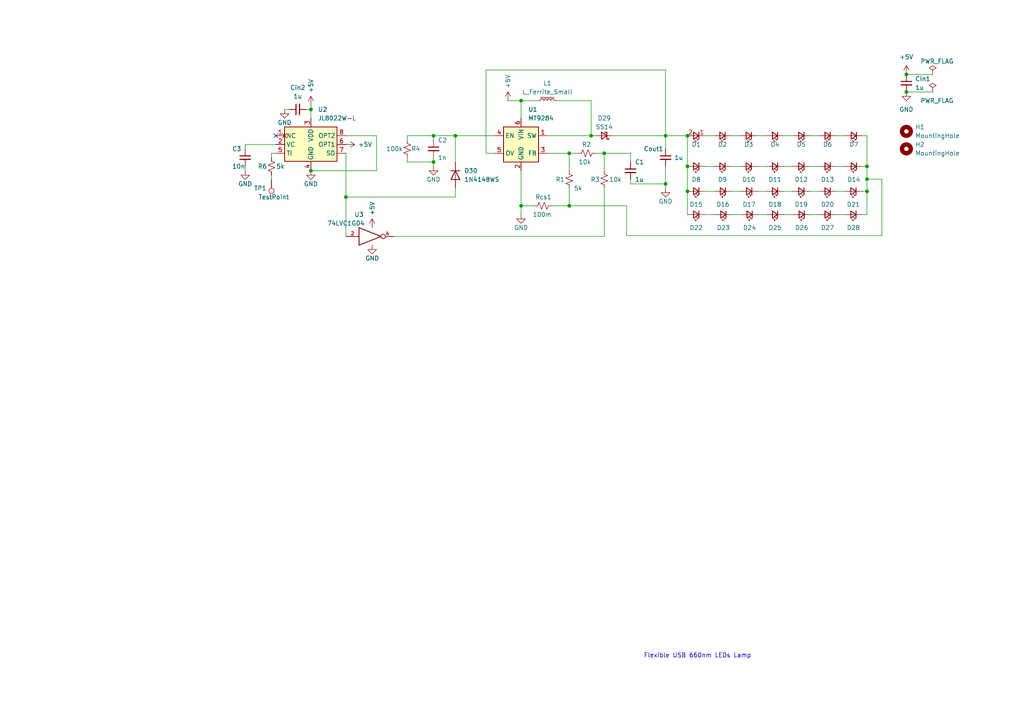
<source format=kicad_sch>
(kicad_sch (version 20211123) (generator eeschema)

  (uuid 11f2a465-38a3-4bb7-b060-d70409dff4e7)

  (paper "A4")

  (lib_symbols
    (symbol "Connector:TestPoint" (pin_numbers hide) (pin_names (offset 0.762) hide) (in_bom yes) (on_board yes)
      (property "Reference" "TP" (id 0) (at 0 6.858 0)
        (effects (font (size 1.27 1.27)))
      )
      (property "Value" "TestPoint" (id 1) (at 0 5.08 0)
        (effects (font (size 1.27 1.27)))
      )
      (property "Footprint" "" (id 2) (at 5.08 0 0)
        (effects (font (size 1.27 1.27)) hide)
      )
      (property "Datasheet" "~" (id 3) (at 5.08 0 0)
        (effects (font (size 1.27 1.27)) hide)
      )
      (property "ki_keywords" "test point tp" (id 4) (at 0 0 0)
        (effects (font (size 1.27 1.27)) hide)
      )
      (property "ki_description" "test point" (id 5) (at 0 0 0)
        (effects (font (size 1.27 1.27)) hide)
      )
      (property "ki_fp_filters" "Pin* Test*" (id 6) (at 0 0 0)
        (effects (font (size 1.27 1.27)) hide)
      )
      (symbol "TestPoint_0_1"
        (circle (center 0 3.302) (radius 0.762)
          (stroke (width 0) (type default) (color 0 0 0 0))
          (fill (type none))
        )
      )
      (symbol "TestPoint_1_1"
        (pin passive line (at 0 0 90) (length 2.54)
          (name "1" (effects (font (size 1.27 1.27))))
          (number "1" (effects (font (size 1.27 1.27))))
        )
      )
    )
    (symbol "Device:C_Small" (pin_numbers hide) (pin_names (offset 0.254) hide) (in_bom yes) (on_board yes)
      (property "Reference" "C" (id 0) (at 0.254 1.778 0)
        (effects (font (size 1.27 1.27)) (justify left))
      )
      (property "Value" "C_Small" (id 1) (at 0.254 -2.032 0)
        (effects (font (size 1.27 1.27)) (justify left))
      )
      (property "Footprint" "" (id 2) (at 0 0 0)
        (effects (font (size 1.27 1.27)) hide)
      )
      (property "Datasheet" "~" (id 3) (at 0 0 0)
        (effects (font (size 1.27 1.27)) hide)
      )
      (property "ki_keywords" "capacitor cap" (id 4) (at 0 0 0)
        (effects (font (size 1.27 1.27)) hide)
      )
      (property "ki_description" "Unpolarized capacitor, small symbol" (id 5) (at 0 0 0)
        (effects (font (size 1.27 1.27)) hide)
      )
      (property "ki_fp_filters" "C_*" (id 6) (at 0 0 0)
        (effects (font (size 1.27 1.27)) hide)
      )
      (symbol "C_Small_0_1"
        (polyline
          (pts
            (xy -1.524 -0.508)
            (xy 1.524 -0.508)
          )
          (stroke (width 0.3302) (type default) (color 0 0 0 0))
          (fill (type none))
        )
        (polyline
          (pts
            (xy -1.524 0.508)
            (xy 1.524 0.508)
          )
          (stroke (width 0.3048) (type default) (color 0 0 0 0))
          (fill (type none))
        )
      )
      (symbol "C_Small_1_1"
        (pin passive line (at 0 2.54 270) (length 2.032)
          (name "~" (effects (font (size 1.27 1.27))))
          (number "1" (effects (font (size 1.27 1.27))))
        )
        (pin passive line (at 0 -2.54 90) (length 2.032)
          (name "~" (effects (font (size 1.27 1.27))))
          (number "2" (effects (font (size 1.27 1.27))))
        )
      )
    )
    (symbol "Device:D_Schottky_Small" (pin_numbers hide) (pin_names (offset 0.254) hide) (in_bom yes) (on_board yes)
      (property "Reference" "D" (id 0) (at -1.27 2.032 0)
        (effects (font (size 1.27 1.27)) (justify left))
      )
      (property "Value" "D_Schottky_Small" (id 1) (at -7.112 -2.032 0)
        (effects (font (size 1.27 1.27)) (justify left))
      )
      (property "Footprint" "" (id 2) (at 0 0 90)
        (effects (font (size 1.27 1.27)) hide)
      )
      (property "Datasheet" "~" (id 3) (at 0 0 90)
        (effects (font (size 1.27 1.27)) hide)
      )
      (property "ki_keywords" "diode Schottky" (id 4) (at 0 0 0)
        (effects (font (size 1.27 1.27)) hide)
      )
      (property "ki_description" "Schottky diode, small symbol" (id 5) (at 0 0 0)
        (effects (font (size 1.27 1.27)) hide)
      )
      (property "ki_fp_filters" "TO-???* *_Diode_* *SingleDiode* D_*" (id 6) (at 0 0 0)
        (effects (font (size 1.27 1.27)) hide)
      )
      (symbol "D_Schottky_Small_0_1"
        (polyline
          (pts
            (xy -0.762 0)
            (xy 0.762 0)
          )
          (stroke (width 0) (type default) (color 0 0 0 0))
          (fill (type none))
        )
        (polyline
          (pts
            (xy 0.762 -1.016)
            (xy -0.762 0)
            (xy 0.762 1.016)
            (xy 0.762 -1.016)
          )
          (stroke (width 0.254) (type default) (color 0 0 0 0))
          (fill (type none))
        )
        (polyline
          (pts
            (xy -1.27 0.762)
            (xy -1.27 1.016)
            (xy -0.762 1.016)
            (xy -0.762 -1.016)
            (xy -0.254 -1.016)
            (xy -0.254 -0.762)
          )
          (stroke (width 0.254) (type default) (color 0 0 0 0))
          (fill (type none))
        )
      )
      (symbol "D_Schottky_Small_1_1"
        (pin passive line (at -2.54 0 0) (length 1.778)
          (name "K" (effects (font (size 1.27 1.27))))
          (number "1" (effects (font (size 1.27 1.27))))
        )
        (pin passive line (at 2.54 0 180) (length 1.778)
          (name "A" (effects (font (size 1.27 1.27))))
          (number "2" (effects (font (size 1.27 1.27))))
        )
      )
    )
    (symbol "Device:LED_Small" (pin_numbers hide) (pin_names (offset 0.254) hide) (in_bom yes) (on_board yes)
      (property "Reference" "D" (id 0) (at -1.27 3.175 0)
        (effects (font (size 1.27 1.27)) (justify left))
      )
      (property "Value" "LED_Small" (id 1) (at -4.445 -2.54 0)
        (effects (font (size 1.27 1.27)) (justify left))
      )
      (property "Footprint" "" (id 2) (at 0 0 90)
        (effects (font (size 1.27 1.27)) hide)
      )
      (property "Datasheet" "~" (id 3) (at 0 0 90)
        (effects (font (size 1.27 1.27)) hide)
      )
      (property "ki_keywords" "LED diode light-emitting-diode" (id 4) (at 0 0 0)
        (effects (font (size 1.27 1.27)) hide)
      )
      (property "ki_description" "Light emitting diode, small symbol" (id 5) (at 0 0 0)
        (effects (font (size 1.27 1.27)) hide)
      )
      (property "ki_fp_filters" "LED* LED_SMD:* LED_THT:*" (id 6) (at 0 0 0)
        (effects (font (size 1.27 1.27)) hide)
      )
      (symbol "LED_Small_0_1"
        (polyline
          (pts
            (xy -0.762 -1.016)
            (xy -0.762 1.016)
          )
          (stroke (width 0.254) (type default) (color 0 0 0 0))
          (fill (type none))
        )
        (polyline
          (pts
            (xy 1.016 0)
            (xy -0.762 0)
          )
          (stroke (width 0) (type default) (color 0 0 0 0))
          (fill (type none))
        )
        (polyline
          (pts
            (xy 0.762 -1.016)
            (xy -0.762 0)
            (xy 0.762 1.016)
            (xy 0.762 -1.016)
          )
          (stroke (width 0.254) (type default) (color 0 0 0 0))
          (fill (type none))
        )
        (polyline
          (pts
            (xy 0 0.762)
            (xy -0.508 1.27)
            (xy -0.254 1.27)
            (xy -0.508 1.27)
            (xy -0.508 1.016)
          )
          (stroke (width 0) (type default) (color 0 0 0 0))
          (fill (type none))
        )
        (polyline
          (pts
            (xy 0.508 1.27)
            (xy 0 1.778)
            (xy 0.254 1.778)
            (xy 0 1.778)
            (xy 0 1.524)
          )
          (stroke (width 0) (type default) (color 0 0 0 0))
          (fill (type none))
        )
      )
      (symbol "LED_Small_1_1"
        (pin passive line (at -2.54 0 0) (length 1.778)
          (name "K" (effects (font (size 1.27 1.27))))
          (number "1" (effects (font (size 1.27 1.27))))
        )
        (pin passive line (at 2.54 0 180) (length 1.778)
          (name "A" (effects (font (size 1.27 1.27))))
          (number "2" (effects (font (size 1.27 1.27))))
        )
      )
    )
    (symbol "Device:L_Ferrite_Small" (pin_numbers hide) (pin_names (offset 0.254) hide) (in_bom yes) (on_board yes)
      (property "Reference" "L" (id 0) (at 1.27 1.016 0)
        (effects (font (size 1.27 1.27)) (justify left))
      )
      (property "Value" "L_Ferrite_Small" (id 1) (at 1.27 -1.27 0)
        (effects (font (size 1.27 1.27)) (justify left))
      )
      (property "Footprint" "" (id 2) (at 0 0 0)
        (effects (font (size 1.27 1.27)) hide)
      )
      (property "Datasheet" "~" (id 3) (at 0 0 0)
        (effects (font (size 1.27 1.27)) hide)
      )
      (property "ki_keywords" "inductor choke coil reactor magnetic" (id 4) (at 0 0 0)
        (effects (font (size 1.27 1.27)) hide)
      )
      (property "ki_description" "Inductor with ferrite core, small symbol" (id 5) (at 0 0 0)
        (effects (font (size 1.27 1.27)) hide)
      )
      (property "ki_fp_filters" "Choke_* *Coil* Inductor_* L_*" (id 6) (at 0 0 0)
        (effects (font (size 1.27 1.27)) hide)
      )
      (symbol "L_Ferrite_Small_0_1"
        (arc (start 0 -2.032) (mid 0.508 -1.524) (end 0 -1.016)
          (stroke (width 0) (type default) (color 0 0 0 0))
          (fill (type none))
        )
        (arc (start 0 -1.016) (mid 0.508 -0.508) (end 0 0)
          (stroke (width 0) (type default) (color 0 0 0 0))
          (fill (type none))
        )
        (polyline
          (pts
            (xy 0.762 -1.905)
            (xy 0.762 -1.651)
          )
          (stroke (width 0) (type default) (color 0 0 0 0))
          (fill (type none))
        )
        (polyline
          (pts
            (xy 0.762 -1.397)
            (xy 0.762 -1.143)
          )
          (stroke (width 0) (type default) (color 0 0 0 0))
          (fill (type none))
        )
        (polyline
          (pts
            (xy 0.762 -0.889)
            (xy 0.762 -0.635)
          )
          (stroke (width 0) (type default) (color 0 0 0 0))
          (fill (type none))
        )
        (polyline
          (pts
            (xy 0.762 -0.381)
            (xy 0.762 -0.127)
          )
          (stroke (width 0) (type default) (color 0 0 0 0))
          (fill (type none))
        )
        (polyline
          (pts
            (xy 0.762 0.127)
            (xy 0.762 0.381)
          )
          (stroke (width 0) (type default) (color 0 0 0 0))
          (fill (type none))
        )
        (polyline
          (pts
            (xy 0.762 0.635)
            (xy 0.762 0.889)
          )
          (stroke (width 0) (type default) (color 0 0 0 0))
          (fill (type none))
        )
        (polyline
          (pts
            (xy 0.762 1.143)
            (xy 0.762 1.397)
          )
          (stroke (width 0) (type default) (color 0 0 0 0))
          (fill (type none))
        )
        (polyline
          (pts
            (xy 0.762 1.651)
            (xy 0.762 1.905)
          )
          (stroke (width 0) (type default) (color 0 0 0 0))
          (fill (type none))
        )
        (polyline
          (pts
            (xy 1.016 -1.651)
            (xy 1.016 -1.905)
          )
          (stroke (width 0) (type default) (color 0 0 0 0))
          (fill (type none))
        )
        (polyline
          (pts
            (xy 1.016 -1.143)
            (xy 1.016 -1.397)
          )
          (stroke (width 0) (type default) (color 0 0 0 0))
          (fill (type none))
        )
        (polyline
          (pts
            (xy 1.016 -0.635)
            (xy 1.016 -0.889)
          )
          (stroke (width 0) (type default) (color 0 0 0 0))
          (fill (type none))
        )
        (polyline
          (pts
            (xy 1.016 -0.127)
            (xy 1.016 -0.381)
          )
          (stroke (width 0) (type default) (color 0 0 0 0))
          (fill (type none))
        )
        (polyline
          (pts
            (xy 1.016 0.381)
            (xy 1.016 0.127)
          )
          (stroke (width 0) (type default) (color 0 0 0 0))
          (fill (type none))
        )
        (polyline
          (pts
            (xy 1.016 0.889)
            (xy 1.016 0.635)
          )
          (stroke (width 0) (type default) (color 0 0 0 0))
          (fill (type none))
        )
        (polyline
          (pts
            (xy 1.016 1.397)
            (xy 1.016 1.143)
          )
          (stroke (width 0) (type default) (color 0 0 0 0))
          (fill (type none))
        )
        (polyline
          (pts
            (xy 1.016 1.905)
            (xy 1.016 1.651)
          )
          (stroke (width 0) (type default) (color 0 0 0 0))
          (fill (type none))
        )
        (arc (start 0 0) (mid 0.508 0.508) (end 0 1.016)
          (stroke (width 0) (type default) (color 0 0 0 0))
          (fill (type none))
        )
        (arc (start 0 1.016) (mid 0.508 1.524) (end 0 2.032)
          (stroke (width 0) (type default) (color 0 0 0 0))
          (fill (type none))
        )
      )
      (symbol "L_Ferrite_Small_1_1"
        (pin passive line (at 0 2.54 270) (length 0.508)
          (name "~" (effects (font (size 1.27 1.27))))
          (number "1" (effects (font (size 1.27 1.27))))
        )
        (pin passive line (at 0 -2.54 90) (length 0.508)
          (name "~" (effects (font (size 1.27 1.27))))
          (number "2" (effects (font (size 1.27 1.27))))
        )
      )
    )
    (symbol "Device:R_Small_US" (pin_numbers hide) (pin_names (offset 0.254) hide) (in_bom yes) (on_board yes)
      (property "Reference" "R" (id 0) (at 0.762 0.508 0)
        (effects (font (size 1.27 1.27)) (justify left))
      )
      (property "Value" "R_Small_US" (id 1) (at 0.762 -1.016 0)
        (effects (font (size 1.27 1.27)) (justify left))
      )
      (property "Footprint" "" (id 2) (at 0 0 0)
        (effects (font (size 1.27 1.27)) hide)
      )
      (property "Datasheet" "~" (id 3) (at 0 0 0)
        (effects (font (size 1.27 1.27)) hide)
      )
      (property "ki_keywords" "r resistor" (id 4) (at 0 0 0)
        (effects (font (size 1.27 1.27)) hide)
      )
      (property "ki_description" "Resistor, small US symbol" (id 5) (at 0 0 0)
        (effects (font (size 1.27 1.27)) hide)
      )
      (property "ki_fp_filters" "R_*" (id 6) (at 0 0 0)
        (effects (font (size 1.27 1.27)) hide)
      )
      (symbol "R_Small_US_1_1"
        (polyline
          (pts
            (xy 0 0)
            (xy 1.016 -0.381)
            (xy 0 -0.762)
            (xy -1.016 -1.143)
            (xy 0 -1.524)
          )
          (stroke (width 0) (type default) (color 0 0 0 0))
          (fill (type none))
        )
        (polyline
          (pts
            (xy 0 1.524)
            (xy 1.016 1.143)
            (xy 0 0.762)
            (xy -1.016 0.381)
            (xy 0 0)
          )
          (stroke (width 0) (type default) (color 0 0 0 0))
          (fill (type none))
        )
        (pin passive line (at 0 2.54 270) (length 1.016)
          (name "~" (effects (font (size 1.27 1.27))))
          (number "1" (effects (font (size 1.27 1.27))))
        )
        (pin passive line (at 0 -2.54 90) (length 1.016)
          (name "~" (effects (font (size 1.27 1.27))))
          (number "2" (effects (font (size 1.27 1.27))))
        )
      )
    )
    (symbol "Diode:1N4148WS" (pin_numbers hide) (pin_names (offset 1.016) hide) (in_bom yes) (on_board yes)
      (property "Reference" "D" (id 0) (at 0 2.54 0)
        (effects (font (size 1.27 1.27)))
      )
      (property "Value" "1N4148WS" (id 1) (at 0 -2.54 0)
        (effects (font (size 1.27 1.27)))
      )
      (property "Footprint" "Diode_SMD:D_SOD-323" (id 2) (at 0 -4.445 0)
        (effects (font (size 1.27 1.27)) hide)
      )
      (property "Datasheet" "https://www.vishay.com/docs/85751/1n4148ws.pdf" (id 3) (at 0 0 0)
        (effects (font (size 1.27 1.27)) hide)
      )
      (property "ki_keywords" "diode" (id 4) (at 0 0 0)
        (effects (font (size 1.27 1.27)) hide)
      )
      (property "ki_description" "75V 0.15A Fast switching Diode, SOD-323" (id 5) (at 0 0 0)
        (effects (font (size 1.27 1.27)) hide)
      )
      (property "ki_fp_filters" "D*SOD?323*" (id 6) (at 0 0 0)
        (effects (font (size 1.27 1.27)) hide)
      )
      (symbol "1N4148WS_0_1"
        (polyline
          (pts
            (xy -1.27 1.27)
            (xy -1.27 -1.27)
          )
          (stroke (width 0.254) (type default) (color 0 0 0 0))
          (fill (type none))
        )
        (polyline
          (pts
            (xy 1.27 0)
            (xy -1.27 0)
          )
          (stroke (width 0) (type default) (color 0 0 0 0))
          (fill (type none))
        )
        (polyline
          (pts
            (xy 1.27 1.27)
            (xy 1.27 -1.27)
            (xy -1.27 0)
            (xy 1.27 1.27)
          )
          (stroke (width 0.254) (type default) (color 0 0 0 0))
          (fill (type none))
        )
      )
      (symbol "1N4148WS_1_1"
        (pin passive line (at -3.81 0 0) (length 2.54)
          (name "K" (effects (font (size 1.27 1.27))))
          (number "1" (effects (font (size 1.27 1.27))))
        )
        (pin passive line (at 3.81 0 180) (length 2.54)
          (name "A" (effects (font (size 1.27 1.27))))
          (number "2" (effects (font (size 1.27 1.27))))
        )
      )
    )
    (symbol "LED_Small_1" (pin_names (offset 0.254) hide) (in_bom yes) (on_board yes)
      (property "Reference" "D" (id 0) (at -1.27 3.175 0)
        (effects (font (size 1.27 1.27)) (justify left))
      )
      (property "Value" "LED_Small_1" (id 1) (at -4.445 -2.54 0)
        (effects (font (size 1.27 1.27)) (justify left))
      )
      (property "Footprint" "" (id 2) (at 0 0 90)
        (effects (font (size 1.27 1.27)) hide)
      )
      (property "Datasheet" "~" (id 3) (at 0 0 90)
        (effects (font (size 1.27 1.27)) hide)
      )
      (property "ki_keywords" "LED diode light-emitting-diode" (id 4) (at 0 0 0)
        (effects (font (size 1.27 1.27)) hide)
      )
      (property "ki_description" "Light emitting diode, small symbol" (id 5) (at 0 0 0)
        (effects (font (size 1.27 1.27)) hide)
      )
      (property "ki_fp_filters" "LED* LED_SMD:* LED_THT:*" (id 6) (at 0 0 0)
        (effects (font (size 1.27 1.27)) hide)
      )
      (symbol "LED_Small_1_0_1"
        (polyline
          (pts
            (xy -0.762 -1.016)
            (xy -0.762 1.016)
          )
          (stroke (width 0.254) (type default) (color 0 0 0 0))
          (fill (type none))
        )
        (polyline
          (pts
            (xy 1.016 0)
            (xy -0.762 0)
          )
          (stroke (width 0) (type default) (color 0 0 0 0))
          (fill (type none))
        )
        (polyline
          (pts
            (xy 0.762 -1.016)
            (xy -0.762 0)
            (xy 0.762 1.016)
            (xy 0.762 -1.016)
          )
          (stroke (width 0.254) (type default) (color 0 0 0 0))
          (fill (type none))
        )
        (polyline
          (pts
            (xy 0 0.762)
            (xy -0.508 1.27)
            (xy -0.254 1.27)
            (xy -0.508 1.27)
            (xy -0.508 1.016)
          )
          (stroke (width 0) (type default) (color 0 0 0 0))
          (fill (type none))
        )
        (polyline
          (pts
            (xy 0.508 1.27)
            (xy 0 1.778)
            (xy 0.254 1.778)
            (xy 0 1.778)
            (xy 0 1.524)
          )
          (stroke (width 0) (type default) (color 0 0 0 0))
          (fill (type none))
        )
      )
      (symbol "LED_Small_1_1_1"
        (pin passive line (at -2.54 0 0) (length 1.778)
          (name "K" (effects (font (size 1.27 1.27))))
          (number "1" (effects (font (size 1.27 1.27))))
        )
        (pin passive line (at 2.54 0 180) (length 1.778)
          (name "A" (effects (font (size 1.27 1.27))))
          (number "2" (effects (font (size 1.27 1.27))))
        )
      )
    )
    (symbol "MT9284_1" (in_bom yes) (on_board yes)
      (property "Reference" "U" (id 0) (at 2.1844 9.144 0)
        (effects (font (size 1.27 1.27)))
      )
      (property "Value" "MT9284_1" (id 1) (at 4.8768 6.9088 0)
        (effects (font (size 1.27 1.27)))
      )
      (property "Footprint" "Package_TO_SOT_SMD:SOT-23-6" (id 2) (at 0 0 0)
        (effects (font (size 1.27 1.27)) hide)
      )
      (property "Datasheet" "https://datasheet.lcsc.com/szlcsc/1806041028_XI-AN-Aerosemi-Tech-MT9284-28J_C181780.pdf" (id 3) (at 0.0508 11.0744 0)
        (effects (font (size 1.27 1.27)) hide)
      )
      (property "ki_keywords" "LED driver single" (id 4) (at 0 0 0)
        (effects (font (size 1.27 1.27)) hide)
      )
      (property "ki_description" "1.2MHz, High Efficiency Boost White LED Driver" (id 5) (at 0 0 0)
        (effects (font (size 1.27 1.27)) hide)
      )
      (symbol "MT9284_1_0_1"
        (rectangle (start 5.08 -5.08) (end -5.08 5.08)
          (stroke (width 0.254) (type default) (color 0 0 0 0))
          (fill (type background))
        )
      )
      (symbol "MT9284_1_1_1"
        (pin open_collector line (at 7.62 2.54 180) (length 2.54)
          (name "SW" (effects (font (size 1.27 1.27))))
          (number "1" (effects (font (size 1.27 1.27))))
        )
        (pin power_in line (at 0 -7.62 90) (length 2.54)
          (name "GND" (effects (font (size 1.27 1.27))))
          (number "2" (effects (font (size 1.27 1.27))))
        )
        (pin input line (at 7.62 -2.54 180) (length 2.54)
          (name "FB" (effects (font (size 1.27 1.27))))
          (number "3" (effects (font (size 1.27 1.27))))
        )
        (pin input line (at -7.62 2.54 0) (length 2.54)
          (name "EN" (effects (font (size 1.27 1.27))))
          (number "4" (effects (font (size 1.27 1.27))))
        )
        (pin input line (at -7.62 -2.54 0) (length 2.54)
          (name "OV" (effects (font (size 1.27 1.27))))
          (number "5" (effects (font (size 1.27 1.27))))
        )
        (pin power_in line (at 0 7.62 270) (length 2.54)
          (name "VIN" (effects (font (size 1.27 1.27))))
          (number "6" (effects (font (size 1.27 1.27))))
        )
      )
    )
    (symbol "Mechanical:MountingHole" (pin_names (offset 1.016)) (in_bom yes) (on_board yes)
      (property "Reference" "H" (id 0) (at 0 5.08 0)
        (effects (font (size 1.27 1.27)))
      )
      (property "Value" "MountingHole" (id 1) (at 0 3.175 0)
        (effects (font (size 1.27 1.27)))
      )
      (property "Footprint" "" (id 2) (at 0 0 0)
        (effects (font (size 1.27 1.27)) hide)
      )
      (property "Datasheet" "~" (id 3) (at 0 0 0)
        (effects (font (size 1.27 1.27)) hide)
      )
      (property "ki_keywords" "mounting hole" (id 4) (at 0 0 0)
        (effects (font (size 1.27 1.27)) hide)
      )
      (property "ki_description" "Mounting Hole without connection" (id 5) (at 0 0 0)
        (effects (font (size 1.27 1.27)) hide)
      )
      (property "ki_fp_filters" "MountingHole*" (id 6) (at 0 0 0)
        (effects (font (size 1.27 1.27)) hide)
      )
      (symbol "MountingHole_0_1"
        (circle (center 0 0) (radius 1.27)
          (stroke (width 1.27) (type default) (color 0 0 0 0))
          (fill (type none))
        )
      )
    )
    (symbol "USB_LED_Lib:74LVC1G04" (pin_names (offset 1.016)) (in_bom yes) (on_board yes)
      (property "Reference" "U" (id 0) (at -2.54 3.81 0)
        (effects (font (size 1.27 1.27)))
      )
      (property "Value" "74LVC1G04" (id 1) (at 0 -3.81 0)
        (effects (font (size 1.27 1.27)))
      )
      (property "Footprint" "" (id 2) (at 0 0 0)
        (effects (font (size 1.27 1.27)) hide)
      )
      (property "Datasheet" "http://www.ti.com/lit/sg/scyt129e/scyt129e.pdf" (id 3) (at 0 0 0)
        (effects (font (size 1.27 1.27)) hide)
      )
      (property "ki_keywords" "Single Gate NOT LVC CMOS" (id 4) (at 0 0 0)
        (effects (font (size 1.27 1.27)) hide)
      )
      (property "ki_description" "Single NOT Gate, Low-Voltage CMOS" (id 5) (at 0 0 0)
        (effects (font (size 1.27 1.27)) hide)
      )
      (property "ki_fp_filters" "SOT* SG-*" (id 6) (at 0 0 0)
        (effects (font (size 1.27 1.27)) hide)
      )
      (symbol "74LVC1G04_0_0"
        (pin no_connect line (at -6.35 2.286 0) (length 2.54) hide
          (name "~" (effects (font (size 1.27 1.27))))
          (number "1" (effects (font (size 1.27 1.27))))
        )
      )
      (symbol "74LVC1G04_0_1"
        (polyline
          (pts
            (xy -3.81 2.54)
            (xy -3.81 -2.54)
            (xy 2.54 0)
            (xy -3.81 2.54)
          )
          (stroke (width 0.254) (type default) (color 0 0 0 0))
          (fill (type none))
        )
      )
      (symbol "74LVC1G04_1_1"
        (pin input line (at -7.62 0 0) (length 3.81)
          (name "~" (effects (font (size 1.016 1.016))))
          (number "2" (effects (font (size 1.016 1.016))))
        )
        (pin power_in line (at 0 -2.54 270) (length 0) hide
          (name "GND" (effects (font (size 1.016 1.016))))
          (number "3" (effects (font (size 1.016 1.016))))
        )
        (pin output inverted (at 6.35 0 180) (length 3.81)
          (name "~" (effects (font (size 1.016 1.016))))
          (number "4" (effects (font (size 1.016 1.016))))
        )
        (pin power_in line (at 0 2.54 90) (length 0) hide
          (name "VCC" (effects (font (size 1.016 1.016))))
          (number "5" (effects (font (size 1.016 1.016))))
        )
      )
    )
    (symbol "USB_LED_Lib:JL8022W-L" (in_bom yes) (on_board yes)
      (property "Reference" "U" (id 0) (at 1.524 8.636 0)
        (effects (font (size 1.27 1.27)))
      )
      (property "Value" "JL8022W-L" (id 1) (at 6.604 6.604 0)
        (effects (font (size 1.27 1.27)))
      )
      (property "Footprint" "Package_SO:SOIC-8_3.9x4.9mm_P1.27mm" (id 2) (at 0.762 11.43 0)
        (effects (font (size 1.27 1.27)) hide)
      )
      (property "Datasheet" "https://item.taobao.com/item.htm?id=573390368273" (id 3) (at 0.254 13.208 0)
        (effects (font (size 1.27 1.27)) hide)
      )
      (symbol "JL8022W-L_0_1"
        (rectangle (start -7.62 5.08) (end 7.5692 -4.8768)
          (stroke (width 0.254) (type default) (color 0 0 0 0))
          (fill (type background))
        )
        (rectangle (start 7.5692 -20.2692) (end 7.5692 -20.2692)
          (stroke (width 0) (type default) (color 0 0 0 0))
          (fill (type none))
        )
      )
      (symbol "JL8022W-L_1_1"
        (pin passive non_logic (at -10.16 2.54 0) (length 2.54)
          (name "NC" (effects (font (size 1.27 1.27))))
          (number "1" (effects (font (size 1.27 1.27))))
        )
        (pin input line (at -10.16 0 0) (length 2.54)
          (name "VC" (effects (font (size 1.27 1.27))))
          (number "2" (effects (font (size 1.27 1.27))))
        )
        (pin power_in line (at 0 7.62 270) (length 2.54)
          (name "VDD" (effects (font (size 1.27 1.27))))
          (number "3" (effects (font (size 1.27 1.27))))
        )
        (pin power_in line (at 0 -7.62 90) (length 2.54)
          (name "GND" (effects (font (size 1.27 1.27))))
          (number "4" (effects (font (size 1.27 1.27))))
        )
        (pin input line (at -10.16 -2.54 0) (length 2.54)
          (name "TI" (effects (font (size 1.27 1.27))))
          (number "5" (effects (font (size 1.27 1.27))))
        )
        (pin input line (at 10.16 0 180) (length 2.54)
          (name "OPT1" (effects (font (size 1.27 1.27))))
          (number "6" (effects (font (size 1.27 1.27))))
        )
        (pin output line (at 10.16 -2.54 180) (length 2.54)
          (name "SO" (effects (font (size 1.27 1.27))))
          (number "7" (effects (font (size 1.27 1.27))))
        )
        (pin input line (at 10.16 2.54 180) (length 2.54)
          (name "OPT2" (effects (font (size 1.27 1.27))))
          (number "8" (effects (font (size 1.27 1.27))))
        )
      )
    )
    (symbol "power:+5V" (power) (pin_names (offset 0)) (in_bom yes) (on_board yes)
      (property "Reference" "#PWR" (id 0) (at 0 -3.81 0)
        (effects (font (size 1.27 1.27)) hide)
      )
      (property "Value" "+5V" (id 1) (at 0 3.556 0)
        (effects (font (size 1.27 1.27)))
      )
      (property "Footprint" "" (id 2) (at 0 0 0)
        (effects (font (size 1.27 1.27)) hide)
      )
      (property "Datasheet" "" (id 3) (at 0 0 0)
        (effects (font (size 1.27 1.27)) hide)
      )
      (property "ki_keywords" "power-flag" (id 4) (at 0 0 0)
        (effects (font (size 1.27 1.27)) hide)
      )
      (property "ki_description" "Power symbol creates a global label with name \"+5V\"" (id 5) (at 0 0 0)
        (effects (font (size 1.27 1.27)) hide)
      )
      (symbol "+5V_0_1"
        (polyline
          (pts
            (xy -0.762 1.27)
            (xy 0 2.54)
          )
          (stroke (width 0) (type default) (color 0 0 0 0))
          (fill (type none))
        )
        (polyline
          (pts
            (xy 0 0)
            (xy 0 2.54)
          )
          (stroke (width 0) (type default) (color 0 0 0 0))
          (fill (type none))
        )
        (polyline
          (pts
            (xy 0 2.54)
            (xy 0.762 1.27)
          )
          (stroke (width 0) (type default) (color 0 0 0 0))
          (fill (type none))
        )
      )
      (symbol "+5V_1_1"
        (pin power_in line (at 0 0 90) (length 0) hide
          (name "+5V" (effects (font (size 1.27 1.27))))
          (number "1" (effects (font (size 1.27 1.27))))
        )
      )
    )
    (symbol "power:GND" (power) (pin_names (offset 0)) (in_bom yes) (on_board yes)
      (property "Reference" "#PWR" (id 0) (at 0 -6.35 0)
        (effects (font (size 1.27 1.27)) hide)
      )
      (property "Value" "GND" (id 1) (at 0 -3.81 0)
        (effects (font (size 1.27 1.27)))
      )
      (property "Footprint" "" (id 2) (at 0 0 0)
        (effects (font (size 1.27 1.27)) hide)
      )
      (property "Datasheet" "" (id 3) (at 0 0 0)
        (effects (font (size 1.27 1.27)) hide)
      )
      (property "ki_keywords" "power-flag" (id 4) (at 0 0 0)
        (effects (font (size 1.27 1.27)) hide)
      )
      (property "ki_description" "Power symbol creates a global label with name \"GND\" , ground" (id 5) (at 0 0 0)
        (effects (font (size 1.27 1.27)) hide)
      )
      (symbol "GND_0_1"
        (polyline
          (pts
            (xy 0 0)
            (xy 0 -1.27)
            (xy 1.27 -1.27)
            (xy 0 -2.54)
            (xy -1.27 -1.27)
            (xy 0 -1.27)
          )
          (stroke (width 0) (type default) (color 0 0 0 0))
          (fill (type none))
        )
      )
      (symbol "GND_1_1"
        (pin power_in line (at 0 0 270) (length 0) hide
          (name "GND" (effects (font (size 1.27 1.27))))
          (number "1" (effects (font (size 1.27 1.27))))
        )
      )
    )
    (symbol "power:PWR_FLAG" (power) (pin_numbers hide) (pin_names (offset 0) hide) (in_bom yes) (on_board yes)
      (property "Reference" "#FLG" (id 0) (at 0 1.905 0)
        (effects (font (size 1.27 1.27)) hide)
      )
      (property "Value" "PWR_FLAG" (id 1) (at 0 3.81 0)
        (effects (font (size 1.27 1.27)))
      )
      (property "Footprint" "" (id 2) (at 0 0 0)
        (effects (font (size 1.27 1.27)) hide)
      )
      (property "Datasheet" "~" (id 3) (at 0 0 0)
        (effects (font (size 1.27 1.27)) hide)
      )
      (property "ki_keywords" "power-flag" (id 4) (at 0 0 0)
        (effects (font (size 1.27 1.27)) hide)
      )
      (property "ki_description" "Special symbol for telling ERC where power comes from" (id 5) (at 0 0 0)
        (effects (font (size 1.27 1.27)) hide)
      )
      (symbol "PWR_FLAG_0_0"
        (pin power_out line (at 0 0 90) (length 0)
          (name "pwr" (effects (font (size 1.27 1.27))))
          (number "1" (effects (font (size 1.27 1.27))))
        )
      )
      (symbol "PWR_FLAG_0_1"
        (polyline
          (pts
            (xy 0 0)
            (xy 0 1.27)
            (xy -1.016 1.905)
            (xy 0 2.54)
            (xy 1.016 1.905)
            (xy 0 1.27)
          )
          (stroke (width 0) (type default) (color 0 0 0 0))
          (fill (type none))
        )
      )
    )
  )

  (junction (at 193.04 53.34) (diameter 0) (color 0 0 0 0)
    (uuid 01d5e6c5-9044-400c-861c-1d90c2039009)
  )
  (junction (at 251.46 55.499) (diameter 0) (color 0 0 0 0)
    (uuid 01ee973b-da4f-4c10-8830-ef7314cf2f71)
  )
  (junction (at 165.1 44.45) (diameter 0) (color 0 0 0 0)
    (uuid 052ee389-8abc-442e-bc72-44279a85513a)
  )
  (junction (at 165.1 59.69) (diameter 0) (color 0 0 0 0)
    (uuid 09db01b1-1413-42b6-8f6b-546152afbbf9)
  )
  (junction (at 199.39 55.499) (diameter 0) (color 0 0 0 0)
    (uuid 15583b11-fe47-4423-8e6c-09b442328989)
  )
  (junction (at 199.39 48.26) (diameter 0) (color 0 0 0 0)
    (uuid 241f7167-8d0f-4230-aa63-eb0cbe85c0b3)
  )
  (junction (at 151.13 29.21) (diameter 0) (color 0 0 0 0)
    (uuid 330763dd-5ff8-40d5-ac56-4e9e6a6502cb)
  )
  (junction (at 90.17 31.75) (diameter 0) (color 0 0 0 0)
    (uuid 357eda71-256f-4fd3-ab7a-df879d50f864)
  )
  (junction (at 100.33 57.15) (diameter 0) (color 0 0 0 0)
    (uuid 40e66246-e845-4db4-8989-49d1ea21fe9f)
  )
  (junction (at 171.45 39.37) (diameter 0) (color 0 0 0 0)
    (uuid 44f2c353-547d-4e23-b65a-b88edafe9c64)
  )
  (junction (at 175.26 44.45) (diameter 0) (color 0 0 0 0)
    (uuid 4a412e7a-ffe1-490f-944a-b255a50f2207)
  )
  (junction (at 193.04 39.37) (diameter 0) (color 0 0 0 0)
    (uuid 4c18db71-d379-465e-b909-cfa0f53e3e0f)
  )
  (junction (at 90.17 49.53) (diameter 0) (color 0 0 0 0)
    (uuid 69a936ca-6cc1-424a-a0a8-b89a7132fa96)
  )
  (junction (at 262.89 21.59) (diameter 0) (color 0 0 0 0)
    (uuid 6eff4b14-3ffc-4720-a64f-9061e250fef8)
  )
  (junction (at 125.73 46.99) (diameter 0) (color 0 0 0 0)
    (uuid 72a2c435-f87b-4c19-ad76-ce18ca23529d)
  )
  (junction (at 251.46 51.943) (diameter 0) (color 0 0 0 0)
    (uuid 7bd2f23d-ddf0-4194-8030-fc035e4740e8)
  )
  (junction (at 125.73 39.37) (diameter 0) (color 0 0 0 0)
    (uuid 8099b398-de4f-49ab-bac6-25769a52e0f9)
  )
  (junction (at 132.08 39.37) (diameter 0) (color 0 0 0 0)
    (uuid c17701f2-7f86-4d91-8f1c-4f5a4efada95)
  )
  (junction (at 199.39 39.37) (diameter 0) (color 0 0 0 0)
    (uuid c1c1db97-35a0-431e-b5ca-465f0835614c)
  )
  (junction (at 262.89 26.67) (diameter 0) (color 0 0 0 0)
    (uuid c45676fd-85cc-4081-b2cd-fe866a3c8778)
  )
  (junction (at 251.46 48.26) (diameter 0) (color 0 0 0 0)
    (uuid dd8007db-650c-40b1-92ff-c86abcf9a0f1)
  )
  (junction (at 151.13 59.69) (diameter 0) (color 0 0 0 0)
    (uuid e8980d7c-68ca-42c1-9248-2148938df987)
  )

  (no_connect (at 80.01 39.37) (uuid 84e14d1d-cc2e-4d99-ae90-8240af0ef565))

  (wire (pts (xy 193.04 53.34) (xy 193.04 48.26))
    (stroke (width 0) (type default) (color 0 0 0 0))
    (uuid 00785972-6f75-4ec5-b02f-eafe655a12b3)
  )
  (wire (pts (xy 234.95 39.37) (xy 237.49 39.37))
    (stroke (width 0) (type default) (color 0 0 0 0))
    (uuid 00db97db-9378-4d15-9902-90482ad35f15)
  )
  (wire (pts (xy 182.88 44.45) (xy 182.88 46.99))
    (stroke (width 0) (type default) (color 0 0 0 0))
    (uuid 04aebcfb-1506-47d4-941b-7d6e9514d1d9)
  )
  (wire (pts (xy 90.17 31.75) (xy 90.17 34.29))
    (stroke (width 0) (type default) (color 0 0 0 0))
    (uuid 05c6d904-530b-4811-ba7b-c05a40799bce)
  )
  (wire (pts (xy 118.11 45.72) (xy 118.11 46.99))
    (stroke (width 0) (type default) (color 0 0 0 0))
    (uuid 06c82863-11b0-458a-9fef-f4cdea7175a9)
  )
  (wire (pts (xy 212.09 39.37) (xy 214.63 39.37))
    (stroke (width 0) (type default) (color 0 0 0 0))
    (uuid 07092fc7-833d-444f-9e29-e09a22cd974c)
  )
  (wire (pts (xy 227.33 48.26) (xy 229.87 48.26))
    (stroke (width 0) (type default) (color 0 0 0 0))
    (uuid 1268e48c-afac-47e7-bd8a-c431c5b62c1c)
  )
  (wire (pts (xy 140.97 44.45) (xy 143.51 44.45))
    (stroke (width 0) (type default) (color 0 0 0 0))
    (uuid 1297bb72-7501-4dc7-893d-e2af30fe48c1)
  )
  (wire (pts (xy 151.13 29.21) (xy 156.21 29.21))
    (stroke (width 0) (type default) (color 0 0 0 0))
    (uuid 13061d75-5c35-47e5-8c34-cd5e0dba9380)
  )
  (wire (pts (xy 251.46 62.23) (xy 250.063 62.23))
    (stroke (width 0) (type default) (color 0 0 0 0))
    (uuid 1379e9d4-5fc3-45f4-b4cf-4b11a4342892)
  )
  (wire (pts (xy 193.04 20.32) (xy 193.04 39.37))
    (stroke (width 0) (type default) (color 0 0 0 0))
    (uuid 1467764f-30fe-4017-84fb-bc2fc9c63579)
  )
  (wire (pts (xy 227.33 62.23) (xy 229.997 62.23))
    (stroke (width 0) (type default) (color 0 0 0 0))
    (uuid 151f87f1-7648-42db-9682-c61af97daf40)
  )
  (wire (pts (xy 219.964 62.23) (xy 222.25 62.23))
    (stroke (width 0) (type default) (color 0 0 0 0))
    (uuid 19e43564-c6bf-4e64-a918-d33996e87053)
  )
  (wire (pts (xy 90.17 49.53) (xy 109.22 49.53))
    (stroke (width 0) (type default) (color 0 0 0 0))
    (uuid 1a8ed2a9-7cb2-44a8-80cd-1b5ff36dfcfb)
  )
  (wire (pts (xy 125.73 46.99) (xy 125.73 48.26))
    (stroke (width 0) (type default) (color 0 0 0 0))
    (uuid 1a9e62a4-45a2-47fc-bb10-d151649e55b6)
  )
  (wire (pts (xy 132.08 39.37) (xy 125.73 39.37))
    (stroke (width 0) (type default) (color 0 0 0 0))
    (uuid 1c395082-dada-41e0-825e-e7d7861bb8cc)
  )
  (wire (pts (xy 242.57 39.37) (xy 245.11 39.37))
    (stroke (width 0) (type default) (color 0 0 0 0))
    (uuid 1c8ead3b-bb63-4dcc-8f2b-5506ea7f5eb3)
  )
  (wire (pts (xy 80.01 44.45) (xy 78.74 44.45))
    (stroke (width 0) (type default) (color 0 0 0 0))
    (uuid 1fcef1a0-9c80-4172-9f98-1386674549b3)
  )
  (wire (pts (xy 242.57 48.26) (xy 245.11 48.26))
    (stroke (width 0) (type default) (color 0 0 0 0))
    (uuid 21ad1145-2952-48a0-9539-90a060dbdd83)
  )
  (wire (pts (xy 100.33 44.45) (xy 100.33 57.15))
    (stroke (width 0) (type default) (color 0 0 0 0))
    (uuid 22830cd2-99a9-4cd4-901b-b29465547bcb)
  )
  (wire (pts (xy 175.26 44.45) (xy 175.26 49.53))
    (stroke (width 0) (type default) (color 0 0 0 0))
    (uuid 228a48da-ff3a-489c-8f14-3bc7e422122b)
  )
  (wire (pts (xy 227.33 39.37) (xy 229.87 39.37))
    (stroke (width 0) (type default) (color 0 0 0 0))
    (uuid 23b97c89-5421-49ad-91d5-5a20ae0b280c)
  )
  (wire (pts (xy 82.55 31.75) (xy 83.82 31.75))
    (stroke (width 0) (type default) (color 0 0 0 0))
    (uuid 25fa6232-db33-409a-b71b-d2c3a9d73913)
  )
  (wire (pts (xy 219.837 55.499) (xy 222.25 55.499))
    (stroke (width 0) (type default) (color 0 0 0 0))
    (uuid 352b77eb-2f61-4aff-a3d8-f8342b5445e4)
  )
  (wire (pts (xy 177.8 39.37) (xy 193.04 39.37))
    (stroke (width 0) (type default) (color 0 0 0 0))
    (uuid 35f07676-fa07-43da-940a-57eb3c9b9d16)
  )
  (wire (pts (xy 132.08 39.37) (xy 143.51 39.37))
    (stroke (width 0) (type default) (color 0 0 0 0))
    (uuid 36c1fc62-c3c6-44e0-aa05-4aa7770580aa)
  )
  (wire (pts (xy 255.778 68.326) (xy 255.778 51.943))
    (stroke (width 0) (type default) (color 0 0 0 0))
    (uuid 3a531753-c530-4343-96c1-4413dccac394)
  )
  (wire (pts (xy 199.39 55.499) (xy 199.39 62.23))
    (stroke (width 0) (type default) (color 0 0 0 0))
    (uuid 3bde9faf-5b86-4769-95f4-b53e65725dbd)
  )
  (wire (pts (xy 204.47 62.23) (xy 207.264 62.23))
    (stroke (width 0) (type default) (color 0 0 0 0))
    (uuid 3e5bf771-43f3-422d-9dd0-01387ad5a67c)
  )
  (wire (pts (xy 158.75 44.45) (xy 165.1 44.45))
    (stroke (width 0) (type default) (color 0 0 0 0))
    (uuid 461eed56-9660-4dbb-b4d2-d9eb75b8e06c)
  )
  (wire (pts (xy 251.46 55.499) (xy 251.46 62.23))
    (stroke (width 0) (type default) (color 0 0 0 0))
    (uuid 496cfea9-3fbc-4128-bf8b-641fb729aa33)
  )
  (wire (pts (xy 165.1 44.45) (xy 165.1 49.53))
    (stroke (width 0) (type default) (color 0 0 0 0))
    (uuid 4cccbcaa-ef9e-469f-9549-6a6d87421d85)
  )
  (wire (pts (xy 234.95 55.499) (xy 237.49 55.499))
    (stroke (width 0) (type default) (color 0 0 0 0))
    (uuid 4cf5c818-3122-4a33-9b61-edd1799951d2)
  )
  (wire (pts (xy 250.19 48.26) (xy 251.46 48.26))
    (stroke (width 0) (type default) (color 0 0 0 0))
    (uuid 5183d293-f300-48b1-a0a0-4cb9398e3986)
  )
  (wire (pts (xy 250.19 39.37) (xy 251.46 39.37))
    (stroke (width 0) (type default) (color 0 0 0 0))
    (uuid 54183f88-bdc6-486a-a42d-9d4b3b43cfc7)
  )
  (wire (pts (xy 175.26 44.45) (xy 182.88 44.45))
    (stroke (width 0) (type default) (color 0 0 0 0))
    (uuid 546fb6b1-19db-4807-8201-6413a666e3c5)
  )
  (wire (pts (xy 171.45 39.37) (xy 172.72 39.37))
    (stroke (width 0) (type default) (color 0 0 0 0))
    (uuid 54b695e0-391b-4ae7-ab80-8d5182a29942)
  )
  (wire (pts (xy 165.1 44.45) (xy 167.64 44.45))
    (stroke (width 0) (type default) (color 0 0 0 0))
    (uuid 570fa497-4108-4889-8319-5f50a0655e82)
  )
  (wire (pts (xy 212.344 62.23) (xy 214.884 62.23))
    (stroke (width 0) (type default) (color 0 0 0 0))
    (uuid 5790f7af-2bb3-492a-99b9-00639fbb1877)
  )
  (wire (pts (xy 132.08 46.99) (xy 132.08 39.37))
    (stroke (width 0) (type default) (color 0 0 0 0))
    (uuid 5fe6130c-c8b9-4d13-b3f1-d8ec128c76b8)
  )
  (wire (pts (xy 227.33 55.499) (xy 229.87 55.499))
    (stroke (width 0) (type default) (color 0 0 0 0))
    (uuid 61772bd0-6939-46e3-855c-a79c6bf0ddd6)
  )
  (wire (pts (xy 71.12 41.91) (xy 80.01 41.91))
    (stroke (width 0) (type default) (color 0 0 0 0))
    (uuid 635794a4-746d-41d6-8258-10423baaecf5)
  )
  (wire (pts (xy 78.74 44.45) (xy 78.74 45.72))
    (stroke (width 0) (type default) (color 0 0 0 0))
    (uuid 6398c667-280c-4cb3-b12f-72615c02d0ba)
  )
  (wire (pts (xy 132.08 57.15) (xy 100.33 57.15))
    (stroke (width 0) (type default) (color 0 0 0 0))
    (uuid 63d1b857-3573-4391-acc4-1081aa2ecb8c)
  )
  (wire (pts (xy 270.51 21.59) (xy 262.89 21.59))
    (stroke (width 0) (type default) (color 0 0 0 0))
    (uuid 67bd48a2-1d8d-4c63-ae94-f83baa48ceab)
  )
  (wire (pts (xy 262.89 26.67) (xy 270.51 26.67))
    (stroke (width 0) (type default) (color 0 0 0 0))
    (uuid 698c0564-a615-4099-99c7-4b0ac76b5ad5)
  )
  (wire (pts (xy 71.12 49.53) (xy 71.12 48.26))
    (stroke (width 0) (type default) (color 0 0 0 0))
    (uuid 69cdbb4c-e28b-4b08-bb55-8817940995d8)
  )
  (wire (pts (xy 151.13 59.69) (xy 154.94 59.69))
    (stroke (width 0) (type default) (color 0 0 0 0))
    (uuid 6b1ac663-5fb5-4708-87db-2a55c30a8a37)
  )
  (wire (pts (xy 78.74 50.8) (xy 78.74 52.07))
    (stroke (width 0) (type default) (color 0 0 0 0))
    (uuid 6b381397-96c1-453c-a5d4-2fd4e740328a)
  )
  (wire (pts (xy 182.88 53.34) (xy 193.04 53.34))
    (stroke (width 0) (type default) (color 0 0 0 0))
    (uuid 6f03f770-acdc-4729-8cbd-5871b56f5e45)
  )
  (wire (pts (xy 160.02 59.69) (xy 165.1 59.69))
    (stroke (width 0) (type default) (color 0 0 0 0))
    (uuid 7010e8d8-138b-4ab7-a34e-f7e188a0b5e6)
  )
  (wire (pts (xy 181.737 68.326) (xy 255.778 68.326))
    (stroke (width 0) (type default) (color 0 0 0 0))
    (uuid 7509b210-e589-4261-833d-b47d53f57faf)
  )
  (wire (pts (xy 172.72 44.45) (xy 175.26 44.45))
    (stroke (width 0) (type default) (color 0 0 0 0))
    (uuid 752fddd9-e282-4940-ac71-0f373c91837e)
  )
  (wire (pts (xy 140.97 20.32) (xy 193.04 20.32))
    (stroke (width 0) (type default) (color 0 0 0 0))
    (uuid 7569762d-a5fc-4798-9424-39880e7860da)
  )
  (wire (pts (xy 151.13 29.21) (xy 151.13 34.29))
    (stroke (width 0) (type default) (color 0 0 0 0))
    (uuid 761b5435-a03e-454b-ad88-03ee9f11f90f)
  )
  (wire (pts (xy 199.39 39.37) (xy 199.39 48.26))
    (stroke (width 0) (type default) (color 0 0 0 0))
    (uuid 780ab4de-bc06-4b01-80c0-0aa8796dbb51)
  )
  (wire (pts (xy 193.04 39.37) (xy 193.04 43.18))
    (stroke (width 0) (type default) (color 0 0 0 0))
    (uuid 78332b14-a842-4fec-b97f-f811d5b2a483)
  )
  (wire (pts (xy 251.46 48.26) (xy 251.46 51.943))
    (stroke (width 0) (type default) (color 0 0 0 0))
    (uuid 7ba6a71d-4490-471f-8a8d-62f8292706f6)
  )
  (wire (pts (xy 193.04 54.61) (xy 193.04 53.34))
    (stroke (width 0) (type default) (color 0 0 0 0))
    (uuid 7dc435f5-8e43-4cc2-9601-c14588729a60)
  )
  (wire (pts (xy 204.47 55.499) (xy 207.137 55.499))
    (stroke (width 0) (type default) (color 0 0 0 0))
    (uuid 7e49ece8-a91e-4246-b555-9780ff2d95f8)
  )
  (wire (pts (xy 204.47 48.26) (xy 207.01 48.26))
    (stroke (width 0) (type default) (color 0 0 0 0))
    (uuid 80042dae-c605-45ed-b492-59ec243696b9)
  )
  (wire (pts (xy 251.46 55.499) (xy 250.063 55.499))
    (stroke (width 0) (type default) (color 0 0 0 0))
    (uuid 8a081b3c-26ae-4c9b-9e9a-7ab9cc9cb237)
  )
  (wire (pts (xy 118.11 39.37) (xy 118.11 40.64))
    (stroke (width 0) (type default) (color 0 0 0 0))
    (uuid 903b72d0-8ad2-4abb-a534-3ec21c6c52d4)
  )
  (wire (pts (xy 235.077 62.23) (xy 237.49 62.23))
    (stroke (width 0) (type default) (color 0 0 0 0))
    (uuid 90d4b2f1-0e28-4c5a-a6b3-aa2034a5b2bd)
  )
  (wire (pts (xy 114.3 68.58) (xy 175.26 68.58))
    (stroke (width 0) (type default) (color 0 0 0 0))
    (uuid 91652f79-2272-455a-9f76-31878f919f04)
  )
  (wire (pts (xy 88.9 31.75) (xy 90.17 31.75))
    (stroke (width 0) (type default) (color 0 0 0 0))
    (uuid 9686eb1e-df17-40cd-837a-e51e51400b72)
  )
  (wire (pts (xy 175.26 54.61) (xy 175.26 68.58))
    (stroke (width 0) (type default) (color 0 0 0 0))
    (uuid 993e8380-eb92-4b29-9074-5414220ca806)
  )
  (wire (pts (xy 100.33 57.15) (xy 100.33 68.58))
    (stroke (width 0) (type default) (color 0 0 0 0))
    (uuid 9f43b9cb-db05-4b12-9953-13e8e2096a33)
  )
  (wire (pts (xy 251.46 51.943) (xy 251.46 55.499))
    (stroke (width 0) (type default) (color 0 0 0 0))
    (uuid a0648756-9dce-4873-8f49-83f787aa3850)
  )
  (wire (pts (xy 161.29 29.21) (xy 171.45 29.21))
    (stroke (width 0) (type default) (color 0 0 0 0))
    (uuid a1be0bca-36dc-4a41-874b-53ed2dad5041)
  )
  (wire (pts (xy 182.88 52.07) (xy 182.88 53.34))
    (stroke (width 0) (type default) (color 0 0 0 0))
    (uuid a30baf4d-f938-4bf3-881e-00486cee7734)
  )
  (wire (pts (xy 212.217 55.499) (xy 214.757 55.499))
    (stroke (width 0) (type default) (color 0 0 0 0))
    (uuid a3791517-86f5-4046-9e5d-8f0b37d2e110)
  )
  (wire (pts (xy 165.1 59.69) (xy 181.737 59.69))
    (stroke (width 0) (type default) (color 0 0 0 0))
    (uuid a64f03e6-83ae-4ca9-b165-93c2ce1a274a)
  )
  (wire (pts (xy 251.46 39.37) (xy 251.46 48.26))
    (stroke (width 0) (type default) (color 0 0 0 0))
    (uuid a959228b-36c1-459e-877f-281eb2ca5ae8)
  )
  (wire (pts (xy 212.09 48.26) (xy 214.63 48.26))
    (stroke (width 0) (type default) (color 0 0 0 0))
    (uuid a9b516b6-8cb7-4886-b3b0-f670b5d0f384)
  )
  (wire (pts (xy 242.57 62.23) (xy 244.983 62.23))
    (stroke (width 0) (type default) (color 0 0 0 0))
    (uuid ab1ad7cb-b217-47f9-9d1f-b12bedcec0f8)
  )
  (wire (pts (xy 132.08 54.61) (xy 132.08 57.15))
    (stroke (width 0) (type default) (color 0 0 0 0))
    (uuid b60252bc-527a-4e98-a2e1-b24655680cd5)
  )
  (wire (pts (xy 165.1 54.61) (xy 165.1 59.69))
    (stroke (width 0) (type default) (color 0 0 0 0))
    (uuid b9914e0c-b29a-4fcb-8407-a7aee03a6889)
  )
  (wire (pts (xy 199.39 48.26) (xy 199.39 55.499))
    (stroke (width 0) (type default) (color 0 0 0 0))
    (uuid bc8d7269-0d51-4a0f-9f28-3520df6aa301)
  )
  (wire (pts (xy 109.22 39.37) (xy 109.22 49.53))
    (stroke (width 0) (type default) (color 0 0 0 0))
    (uuid bff5352a-c374-4572-bd7a-add8dc9d3bc8)
  )
  (wire (pts (xy 181.737 59.69) (xy 181.737 68.326))
    (stroke (width 0) (type default) (color 0 0 0 0))
    (uuid c096249c-e094-42dd-8520-38c622de0af6)
  )
  (wire (pts (xy 242.57 55.499) (xy 244.983 55.499))
    (stroke (width 0) (type default) (color 0 0 0 0))
    (uuid c0b4b019-e9f4-4fc6-97fc-3439247acf4f)
  )
  (wire (pts (xy 234.95 48.26) (xy 237.49 48.26))
    (stroke (width 0) (type default) (color 0 0 0 0))
    (uuid c5d770a7-9f9a-4b19-9cf6-0de55d623fae)
  )
  (wire (pts (xy 219.71 48.26) (xy 222.25 48.26))
    (stroke (width 0) (type default) (color 0 0 0 0))
    (uuid c774031b-4855-4eec-a564-4e302911e330)
  )
  (wire (pts (xy 140.97 20.32) (xy 140.97 44.45))
    (stroke (width 0) (type default) (color 0 0 0 0))
    (uuid caf8d9bd-536f-45a7-9ff7-3fa57776bf74)
  )
  (wire (pts (xy 171.45 29.21) (xy 171.45 39.37))
    (stroke (width 0) (type default) (color 0 0 0 0))
    (uuid ce60ac72-7dbd-4cb2-9f58-83e96914718c)
  )
  (wire (pts (xy 125.73 39.37) (xy 125.73 40.64))
    (stroke (width 0) (type default) (color 0 0 0 0))
    (uuid cea5ca14-e4ea-4df4-bb10-d3168053d259)
  )
  (wire (pts (xy 118.11 46.99) (xy 125.73 46.99))
    (stroke (width 0) (type default) (color 0 0 0 0))
    (uuid cf0c15cd-b00f-419f-bc2b-a059f481db22)
  )
  (wire (pts (xy 90.17 30.48) (xy 90.17 31.75))
    (stroke (width 0) (type default) (color 0 0 0 0))
    (uuid d3ae75a4-5761-4603-b59b-387b2a009b57)
  )
  (wire (pts (xy 158.75 39.37) (xy 171.45 39.37))
    (stroke (width 0) (type default) (color 0 0 0 0))
    (uuid dd7ca979-d8f5-4921-a172-0a23bca0954d)
  )
  (wire (pts (xy 193.04 39.37) (xy 199.39 39.37))
    (stroke (width 0) (type default) (color 0 0 0 0))
    (uuid dda58e8b-fc0a-40a3-8b73-c160ad50552f)
  )
  (wire (pts (xy 125.73 39.37) (xy 118.11 39.37))
    (stroke (width 0) (type default) (color 0 0 0 0))
    (uuid df5c87ab-d9f0-4a1b-a234-17561619e656)
  )
  (wire (pts (xy 151.13 49.53) (xy 151.13 59.69))
    (stroke (width 0) (type default) (color 0 0 0 0))
    (uuid e2b73ae7-d58d-4e2f-a291-4659c37aeca5)
  )
  (wire (pts (xy 151.13 62.23) (xy 151.13 59.69))
    (stroke (width 0) (type default) (color 0 0 0 0))
    (uuid e3e3eb92-e9b6-44ca-b1c8-b7ea28592f85)
  )
  (wire (pts (xy 125.73 45.72) (xy 125.73 46.99))
    (stroke (width 0) (type default) (color 0 0 0 0))
    (uuid e4fae146-c865-42b1-9176-8c6623f8bb36)
  )
  (wire (pts (xy 100.33 39.37) (xy 109.22 39.37))
    (stroke (width 0) (type default) (color 0 0 0 0))
    (uuid e545a328-5276-4cbf-8535-fd990a5651e9)
  )
  (wire (pts (xy 255.778 51.943) (xy 251.46 51.943))
    (stroke (width 0) (type default) (color 0 0 0 0))
    (uuid ed226e55-4733-487d-8f4d-410118ac5c79)
  )
  (wire (pts (xy 204.47 39.37) (xy 207.01 39.37))
    (stroke (width 0) (type default) (color 0 0 0 0))
    (uuid f2d6c76e-8f6f-4864-89d2-1f5fad4de210)
  )
  (wire (pts (xy 147.32 29.21) (xy 151.13 29.21))
    (stroke (width 0) (type default) (color 0 0 0 0))
    (uuid f5f4dc9f-a714-4d35-89e4-69bc5325fb63)
  )
  (wire (pts (xy 219.71 39.37) (xy 222.25 39.37))
    (stroke (width 0) (type default) (color 0 0 0 0))
    (uuid fa825ea4-a1bd-4abf-bb10-3cceed7ec17e)
  )
  (wire (pts (xy 71.12 43.18) (xy 71.12 41.91))
    (stroke (width 0) (type default) (color 0 0 0 0))
    (uuid fbd2671a-758e-4fee-9b5f-e18fe5ca9534)
  )

  (text "Flexible USB 660nm LEDs Lamp\n " (at 186.69 193.04 0)
    (effects (font (size 1.27 1.27)) (justify left bottom))
    (uuid 8b18768a-d84d-4649-8a1f-8014487c0f55)
  )

  (symbol (lib_id "power:+5V") (at 107.95 66.04 0) (unit 1)
    (in_bom yes) (on_board yes)
    (uuid 021952cb-1919-4a37-b608-36c4bd5f7afd)
    (property "Reference" "#PWR06" (id 0) (at 107.95 69.85 0)
      (effects (font (size 1.27 1.27)) hide)
    )
    (property "Value" "+5V" (id 1) (at 107.95 58.42 90)
      (effects (font (size 1.27 1.27)) (justify right))
    )
    (property "Footprint" "" (id 2) (at 107.95 66.04 0)
      (effects (font (size 1.27 1.27)) hide)
    )
    (property "Datasheet" "" (id 3) (at 107.95 66.04 0)
      (effects (font (size 1.27 1.27)) hide)
    )
    (pin "1" (uuid 6ac85204-6b2d-4962-9fc1-fe40cfe8240e))
  )

  (symbol (lib_id "Device:C_Small") (at 262.89 24.13 0) (unit 1)
    (in_bom yes) (on_board yes) (fields_autoplaced)
    (uuid 026f09c8-400d-46f9-844e-0be8161f9746)
    (property "Reference" "Cin1" (id 0) (at 265.43 22.8662 0)
      (effects (font (size 1.27 1.27)) (justify left))
    )
    (property "Value" "1u" (id 1) (at 265.43 25.4062 0)
      (effects (font (size 1.27 1.27)) (justify left))
    )
    (property "Footprint" "Capacitor_SMD:C_0603_1608Metric" (id 2) (at 262.89 24.13 0)
      (effects (font (size 1.27 1.27)) hide)
    )
    (property "Datasheet" "~" (id 3) (at 262.89 24.13 0)
      (effects (font (size 1.27 1.27)) hide)
    )
    (pin "1" (uuid 3b6b1e85-d6a3-457b-8e84-5a1a83f3ccb3))
    (pin "2" (uuid efaeeb84-c65b-495b-a4ef-48d03ce6b676))
  )

  (symbol (lib_id "USB_LED_Lib:JL8022W-L") (at 90.17 41.91 0) (unit 1)
    (in_bom yes) (on_board yes) (fields_autoplaced)
    (uuid 04872695-5dff-41df-8b63-767a5ea7482b)
    (property "Reference" "U2" (id 0) (at 92.1894 31.75 0)
      (effects (font (size 1.27 1.27)) (justify left))
    )
    (property "Value" "JL8022W-L" (id 1) (at 92.1894 34.29 0)
      (effects (font (size 1.27 1.27)) (justify left))
    )
    (property "Footprint" "Package_SO:SOIC-8_3.9x4.9mm_P1.27mm" (id 2) (at 90.932 30.48 0)
      (effects (font (size 1.27 1.27)) hide)
    )
    (property "Datasheet" "https://item.taobao.com/item.htm?id=573390368273" (id 3) (at 90.424 28.702 0)
      (effects (font (size 1.27 1.27)) hide)
    )
    (pin "1" (uuid 0313f6af-cfc1-4108-aba5-0cdf23799fd4))
    (pin "2" (uuid b298d66b-4c50-489f-b0e1-67c00bd85043))
    (pin "3" (uuid 2ebe787c-fe91-4188-9ac1-b16282724be5))
    (pin "4" (uuid b8689e47-9afb-449f-82b6-dbc951e7ab2f))
    (pin "5" (uuid d8def808-55d7-4b60-ae37-112a0830898f))
    (pin "6" (uuid f52056d4-6a25-435a-b752-9ed4986592ca))
    (pin "7" (uuid 1b24cd3a-8cd7-4f93-8ea3-d89f07307154))
    (pin "8" (uuid 2a1273e2-4af9-4f85-9b6f-c5b8f80b3d77))
  )

  (symbol (lib_id "Device:LED_Small") (at 209.804 62.23 180) (unit 1)
    (in_bom yes) (on_board yes)
    (uuid 05f9aea8-4991-459f-97ae-582b2b371593)
    (property "Reference" "D23" (id 0) (at 209.804 66.04 0))
    (property "Value" "660nm" (id 1) (at 209.804 68.58 0)
      (effects (font (size 1.27 1.27)) hide)
    )
    (property "Footprint" "LED_SMD:LED_2835" (id 2) (at 209.804 62.23 90)
      (effects (font (size 1.27 1.27)) hide)
    )
    (property "Datasheet" "~" (id 3) (at 209.804 62.23 90)
      (effects (font (size 1.27 1.27)) hide)
    )
    (pin "1" (uuid 9cf237ab-c69d-4483-a352-7a3540947bbc))
    (pin "2" (uuid e0b50574-f292-4b7f-bc31-19cff442ad39))
  )

  (symbol (lib_id "power:GND") (at 262.89 26.67 0) (unit 1)
    (in_bom yes) (on_board yes) (fields_autoplaced)
    (uuid 06d96d28-14b8-468f-9bf8-0b875fb6bacb)
    (property "Reference" "#PWR05" (id 0) (at 262.89 33.02 0)
      (effects (font (size 1.27 1.27)) hide)
    )
    (property "Value" "GND" (id 1) (at 262.89 31.75 0))
    (property "Footprint" "" (id 2) (at 262.89 26.67 0)
      (effects (font (size 1.27 1.27)) hide)
    )
    (property "Datasheet" "" (id 3) (at 262.89 26.67 0)
      (effects (font (size 1.27 1.27)) hide)
    )
    (pin "1" (uuid 9442559e-6e3d-4f51-a63c-13ad3b85430f))
  )

  (symbol (lib_id "Device:D_Schottky_Small") (at 175.26 39.37 180) (unit 1)
    (in_bom yes) (on_board yes)
    (uuid 076783c6-7e48-4539-88e9-ef3e20bf1349)
    (property "Reference" "D29" (id 0) (at 175.26 34.29 0))
    (property "Value" "SS14" (id 1) (at 175.26 36.83 0))
    (property "Footprint" "Diode_SMD:D_SMA" (id 2) (at 175.26 39.37 90)
      (effects (font (size 1.27 1.27)) hide)
    )
    (property "Datasheet" "~" (id 3) (at 175.26 39.37 90)
      (effects (font (size 1.27 1.27)) hide)
    )
    (pin "1" (uuid 6bb1bb8e-3c2b-451e-adc0-822a864a1cb4))
    (pin "2" (uuid 2b820c4f-208e-4769-b854-87679ac1245a))
  )

  (symbol (lib_id "Mechanical:MountingHole") (at 262.89 43.18 0) (unit 1)
    (in_bom yes) (on_board yes) (fields_autoplaced)
    (uuid 0fb952cc-827e-467f-8b56-f275ea01f111)
    (property "Reference" "H2" (id 0) (at 265.43 41.9099 0)
      (effects (font (size 1.27 1.27)) (justify left))
    )
    (property "Value" "MountingHole" (id 1) (at 265.43 44.4499 0)
      (effects (font (size 1.27 1.27)) (justify left))
    )
    (property "Footprint" "MountingHole:MountingHole_2.1mm" (id 2) (at 262.89 43.18 0)
      (effects (font (size 1.27 1.27)) hide)
    )
    (property "Datasheet" "~" (id 3) (at 262.89 43.18 0)
      (effects (font (size 1.27 1.27)) hide)
    )
  )

  (symbol (lib_id "Device:LED_Small") (at 201.93 62.23 180) (unit 1)
    (in_bom yes) (on_board yes)
    (uuid 126b8b61-38f0-4392-817e-3b7036428964)
    (property "Reference" "D22" (id 0) (at 201.93 66.04 0))
    (property "Value" "660nm" (id 1) (at 201.93 68.58 0)
      (effects (font (size 1.27 1.27)) hide)
    )
    (property "Footprint" "LED_SMD:LED_2835" (id 2) (at 201.93 62.23 90)
      (effects (font (size 1.27 1.27)) hide)
    )
    (property "Datasheet" "~" (id 3) (at 201.93 62.23 90)
      (effects (font (size 1.27 1.27)) hide)
    )
    (pin "1" (uuid 5467e79d-4233-428b-b33d-dc6aae4170e1))
    (pin "2" (uuid bd0f95a2-b9b5-4f4d-a66c-9d739f6357c0))
  )

  (symbol (lib_id "Device:LED_Small") (at 232.41 48.26 180) (unit 1)
    (in_bom yes) (on_board yes)
    (uuid 1457abc2-d374-439d-a29d-d0479a71d620)
    (property "Reference" "D12" (id 0) (at 232.41 52.07 0))
    (property "Value" "660nm" (id 1) (at 232.41 54.61 0)
      (effects (font (size 1.27 1.27)) hide)
    )
    (property "Footprint" "LED_SMD:LED_2835" (id 2) (at 232.41 48.26 90)
      (effects (font (size 1.27 1.27)) hide)
    )
    (property "Datasheet" "~" (id 3) (at 232.41 48.26 90)
      (effects (font (size 1.27 1.27)) hide)
    )
    (pin "1" (uuid 2dd835e3-7b43-41ef-ac62-1d0e1d8fb3b4))
    (pin "2" (uuid ee0e9c12-1740-475a-8c9a-12fe771e22cc))
  )

  (symbol (lib_id "Device:LED_Small") (at 217.297 55.499 180) (unit 1)
    (in_bom yes) (on_board yes)
    (uuid 1b2a4579-3b21-4be7-ae79-1fb28dead4d0)
    (property "Reference" "D17" (id 0) (at 217.297 59.309 0))
    (property "Value" "660nm" (id 1) (at 217.297 61.849 0)
      (effects (font (size 1.27 1.27)) hide)
    )
    (property "Footprint" "LED_SMD:LED_2835" (id 2) (at 217.297 55.499 90)
      (effects (font (size 1.27 1.27)) hide)
    )
    (property "Datasheet" "~" (id 3) (at 217.297 55.499 90)
      (effects (font (size 1.27 1.27)) hide)
    )
    (pin "1" (uuid b906f22f-337e-4ff6-9d97-75bf50ca16a7))
    (pin "2" (uuid f760254f-806c-4ea1-9ade-37301d4d13a6))
  )

  (symbol (lib_id "power:GND") (at 193.04 54.61 0) (unit 1)
    (in_bom yes) (on_board yes)
    (uuid 1ba9ae1b-5562-4466-aad1-6a6ba66c792a)
    (property "Reference" "#PWR0106" (id 0) (at 193.04 60.96 0)
      (effects (font (size 1.27 1.27)) hide)
    )
    (property "Value" "GND" (id 1) (at 193.04 58.42 0))
    (property "Footprint" "" (id 2) (at 193.04 54.61 0)
      (effects (font (size 1.27 1.27)) hide)
    )
    (property "Datasheet" "" (id 3) (at 193.04 54.61 0)
      (effects (font (size 1.27 1.27)) hide)
    )
    (pin "1" (uuid 21a5edc0-6e8f-4671-ab71-3a75ea858826))
  )

  (symbol (lib_id "Device:LED_Small") (at 217.17 39.37 180) (unit 1)
    (in_bom yes) (on_board yes)
    (uuid 22c0fcd9-10ae-48b7-842a-64e57d1092d0)
    (property "Reference" "D3" (id 0) (at 217.17 41.91 0))
    (property "Value" "660nm" (id 1) (at 217.17 45.72 0)
      (effects (font (size 1.27 1.27)) hide)
    )
    (property "Footprint" "LED_SMD:LED_2835" (id 2) (at 217.17 39.37 90)
      (effects (font (size 1.27 1.27)) hide)
    )
    (property "Datasheet" "~" (id 3) (at 217.17 39.37 90)
      (effects (font (size 1.27 1.27)) hide)
    )
    (pin "1" (uuid 4c130a7b-4bab-42a7-a82d-198b4d27601c))
    (pin "2" (uuid 4c05daaa-487b-4831-90b5-d8f584196d09))
  )

  (symbol (lib_id "power:GND") (at 107.95 71.12 0) (unit 1)
    (in_bom yes) (on_board yes)
    (uuid 230f7e3b-7864-48d2-9c62-3b79f58ff5f3)
    (property "Reference" "#PWR07" (id 0) (at 107.95 77.47 0)
      (effects (font (size 1.27 1.27)) hide)
    )
    (property "Value" "GND" (id 1) (at 107.95 74.93 0))
    (property "Footprint" "" (id 2) (at 107.95 71.12 0)
      (effects (font (size 1.27 1.27)) hide)
    )
    (property "Datasheet" "" (id 3) (at 107.95 71.12 0)
      (effects (font (size 1.27 1.27)) hide)
    )
    (pin "1" (uuid 2169722c-72e7-4843-989a-d84ee3ec67ec))
  )

  (symbol (lib_id "power:+5V") (at 100.33 41.91 270) (unit 1)
    (in_bom yes) (on_board yes)
    (uuid 24d9a866-bc88-41b1-a1df-0150057e6418)
    (property "Reference" "#PWR0105" (id 0) (at 96.52 41.91 0)
      (effects (font (size 1.27 1.27)) hide)
    )
    (property "Value" "+5V" (id 1) (at 107.95 41.91 90)
      (effects (font (size 1.27 1.27)) (justify right))
    )
    (property "Footprint" "" (id 2) (at 100.33 41.91 0)
      (effects (font (size 1.27 1.27)) hide)
    )
    (property "Datasheet" "" (id 3) (at 100.33 41.91 0)
      (effects (font (size 1.27 1.27)) hide)
    )
    (pin "1" (uuid 9c0ae4da-0659-430e-8148-6e5cfab2a5d4))
  )

  (symbol (lib_id "Device:R_Small_US") (at 175.26 52.07 180) (unit 1)
    (in_bom yes) (on_board yes)
    (uuid 2b40a6ef-b747-4e09-b1c9-aaa6bec91ed5)
    (property "Reference" "R3" (id 0) (at 173.99 52.07 0)
      (effects (font (size 1.27 1.27)) (justify left))
    )
    (property "Value" "10k" (id 1) (at 180.34 52.07 0)
      (effects (font (size 1.27 1.27)) (justify left))
    )
    (property "Footprint" "Resistor_SMD:R_0603_1608Metric" (id 2) (at 175.26 52.07 0)
      (effects (font (size 1.27 1.27)) hide)
    )
    (property "Datasheet" "~" (id 3) (at 175.26 52.07 0)
      (effects (font (size 1.27 1.27)) hide)
    )
    (pin "1" (uuid c8a0064b-ab2a-44e7-9471-257adf230419))
    (pin "2" (uuid e5078345-107c-46f1-a195-cf7a411c0c1a))
  )

  (symbol (lib_id "Device:LED_Small") (at 217.17 48.26 180) (unit 1)
    (in_bom yes) (on_board yes)
    (uuid 2d6d2dbd-9bf5-42ef-b8ae-9c0046946bd0)
    (property "Reference" "D10" (id 0) (at 217.17 52.07 0))
    (property "Value" "660nm" (id 1) (at 217.17 54.61 0)
      (effects (font (size 1.27 1.27)) hide)
    )
    (property "Footprint" "LED_SMD:LED_2835" (id 2) (at 217.17 48.26 90)
      (effects (font (size 1.27 1.27)) hide)
    )
    (property "Datasheet" "~" (id 3) (at 217.17 48.26 90)
      (effects (font (size 1.27 1.27)) hide)
    )
    (pin "1" (uuid 3435a6f3-eee3-4d84-8821-8f0c8fd64161))
    (pin "2" (uuid 8af4df1e-31f6-4b83-a901-5b72b9dd7548))
  )

  (symbol (lib_id "Device:LED_Small") (at 232.537 62.23 180) (unit 1)
    (in_bom yes) (on_board yes)
    (uuid 3689dbdd-b234-4ca2-b96d-767e68c368ec)
    (property "Reference" "D26" (id 0) (at 232.537 66.04 0))
    (property "Value" "660nm" (id 1) (at 232.537 68.58 0)
      (effects (font (size 1.27 1.27)) hide)
    )
    (property "Footprint" "LED_SMD:LED_2835" (id 2) (at 232.537 62.23 90)
      (effects (font (size 1.27 1.27)) hide)
    )
    (property "Datasheet" "~" (id 3) (at 232.537 62.23 90)
      (effects (font (size 1.27 1.27)) hide)
    )
    (pin "1" (uuid 86a6f9e2-fe4c-47a9-8c6f-4ec8d74f4d86))
    (pin "2" (uuid 7c84a14f-bd36-4f68-bbb4-1e51dc2b9c81))
  )

  (symbol (lib_id "Device:LED_Small") (at 240.03 39.37 180) (unit 1)
    (in_bom yes) (on_board yes)
    (uuid 42bdaebf-56fb-449f-81a4-1b35f7512d5c)
    (property "Reference" "D6" (id 0) (at 240.03 41.91 0))
    (property "Value" "660nm" (id 1) (at 240.03 45.72 0)
      (effects (font (size 1.27 1.27)) hide)
    )
    (property "Footprint" "LED_SMD:LED_2835" (id 2) (at 240.03 39.37 90)
      (effects (font (size 1.27 1.27)) hide)
    )
    (property "Datasheet" "~" (id 3) (at 240.03 39.37 90)
      (effects (font (size 1.27 1.27)) hide)
    )
    (pin "1" (uuid 923ac595-507f-4082-9ac0-b227500ed2bb))
    (pin "2" (uuid b8ab3c9d-6e62-459c-98bd-6a23c1645a6e))
  )

  (symbol (lib_id "Device:C_Small") (at 71.12 45.72 0) (unit 1)
    (in_bom yes) (on_board yes)
    (uuid 42de1c69-ebbb-4b41-9d22-ec5d58c53a3d)
    (property "Reference" "C3" (id 0) (at 67.31 43.18 0)
      (effects (font (size 1.27 1.27)) (justify left))
    )
    (property "Value" "10n" (id 1) (at 67.31 48.26 0)
      (effects (font (size 1.27 1.27)) (justify left))
    )
    (property "Footprint" "Capacitor_SMD:C_0603_1608Metric" (id 2) (at 71.12 45.72 0)
      (effects (font (size 1.27 1.27)) hide)
    )
    (property "Datasheet" "~" (id 3) (at 71.12 45.72 0)
      (effects (font (size 1.27 1.27)) hide)
    )
    (pin "1" (uuid 81524650-ee28-4c8e-93b2-858ea4a8646a))
    (pin "2" (uuid e44f1db0-1211-49eb-8f23-3c9678f539ba))
  )

  (symbol (lib_id "Connector:TestPoint") (at 78.74 52.07 180) (unit 1)
    (in_bom yes) (on_board yes)
    (uuid 437f8d09-8f17-4205-b86b-2fcaa45bda5d)
    (property "Reference" "TP1" (id 0) (at 73.66 54.61 0)
      (effects (font (size 1.27 1.27)) (justify right))
    )
    (property "Value" "TestPoint" (id 1) (at 74.93 57.15 0)
      (effects (font (size 1.27 1.27)) (justify right))
    )
    (property "Footprint" "TestPoint:TestPoint_Loop_D2.50mm_Drill1.0mm" (id 2) (at 73.66 52.07 0)
      (effects (font (size 1.27 1.27)) hide)
    )
    (property "Datasheet" "~" (id 3) (at 73.66 52.07 0)
      (effects (font (size 1.27 1.27)) hide)
    )
    (pin "1" (uuid 6ce89954-a5e6-442c-bf9d-890f03a84f1c))
  )

  (symbol (lib_id "Device:L_Ferrite_Small") (at 158.75 29.21 90) (unit 1)
    (in_bom yes) (on_board yes)
    (uuid 43abfdee-8911-49ba-9ef6-3447815c3b58)
    (property "Reference" "L1" (id 0) (at 158.75 24.13 90))
    (property "Value" "L_Ferrite_Small" (id 1) (at 158.75 26.67 90))
    (property "Footprint" "Inductor_SMD:L_Abracon_ASPI-3012S" (id 2) (at 158.75 29.21 0)
      (effects (font (size 1.27 1.27)) hide)
    )
    (property "Datasheet" "~" (id 3) (at 158.75 29.21 0)
      (effects (font (size 1.27 1.27)) hide)
    )
    (pin "1" (uuid 499c014c-af58-4927-a1a0-3af72a4cf23f))
    (pin "2" (uuid 1fe11d80-e897-4e21-8075-0fd329d92db0))
  )

  (symbol (lib_id "Device:R_Small_US") (at 165.1 52.07 180) (unit 1)
    (in_bom yes) (on_board yes)
    (uuid 46b40edc-42cc-446d-adb2-e52631d88862)
    (property "Reference" "R1" (id 0) (at 163.83 52.07 0)
      (effects (font (size 1.27 1.27)) (justify left))
    )
    (property "Value" "5k" (id 1) (at 168.91 54.61 0)
      (effects (font (size 1.27 1.27)) (justify left))
    )
    (property "Footprint" "Resistor_SMD:R_0603_1608Metric" (id 2) (at 165.1 52.07 0)
      (effects (font (size 1.27 1.27)) hide)
    )
    (property "Datasheet" "~" (id 3) (at 165.1 52.07 0)
      (effects (font (size 1.27 1.27)) hide)
    )
    (pin "1" (uuid cb953109-1486-4881-b0d6-d49c07c02c7e))
    (pin "2" (uuid bf673b2f-caa5-47d3-a548-055271fca0b5))
  )

  (symbol (lib_id "power:GND") (at 82.55 31.75 0) (unit 1)
    (in_bom yes) (on_board yes)
    (uuid 480e2818-993f-41cc-9bd9-a3a5cdd9f9e4)
    (property "Reference" "#PWR0104" (id 0) (at 82.55 38.1 0)
      (effects (font (size 1.27 1.27)) hide)
    )
    (property "Value" "GND" (id 1) (at 82.55 35.56 0))
    (property "Footprint" "" (id 2) (at 82.55 31.75 0)
      (effects (font (size 1.27 1.27)) hide)
    )
    (property "Datasheet" "" (id 3) (at 82.55 31.75 0)
      (effects (font (size 1.27 1.27)) hide)
    )
    (pin "1" (uuid 543b6400-de93-499e-af1f-a7c7508400e9))
  )

  (symbol (lib_id "Device:C_Small") (at 125.73 43.18 0) (unit 1)
    (in_bom yes) (on_board yes)
    (uuid 5122b1ee-6d87-49eb-8d21-1cf545687fec)
    (property "Reference" "C2" (id 0) (at 127 40.64 0)
      (effects (font (size 1.27 1.27)) (justify left))
    )
    (property "Value" "1n" (id 1) (at 127 45.72 0)
      (effects (font (size 1.27 1.27)) (justify left))
    )
    (property "Footprint" "Capacitor_SMD:C_0603_1608Metric" (id 2) (at 125.73 43.18 0)
      (effects (font (size 1.27 1.27)) hide)
    )
    (property "Datasheet" "~" (id 3) (at 125.73 43.18 0)
      (effects (font (size 1.27 1.27)) hide)
    )
    (pin "1" (uuid e8f06ec9-f0ab-47aa-98f2-e07999bb10f6))
    (pin "2" (uuid a770cfce-d0fb-4eca-9c16-ccb1444adbac))
  )

  (symbol (lib_id "power:GND") (at 90.17 49.53 0) (unit 1)
    (in_bom yes) (on_board yes)
    (uuid 52ac0186-22d2-4048-b437-d3f4b19a6b3c)
    (property "Reference" "#PWR0103" (id 0) (at 90.17 55.88 0)
      (effects (font (size 1.27 1.27)) hide)
    )
    (property "Value" "GND" (id 1) (at 90.17 53.34 0))
    (property "Footprint" "" (id 2) (at 90.17 49.53 0)
      (effects (font (size 1.27 1.27)) hide)
    )
    (property "Datasheet" "" (id 3) (at 90.17 49.53 0)
      (effects (font (size 1.27 1.27)) hide)
    )
    (pin "1" (uuid a40de60e-a7c5-4f4b-8e1f-c734dbd72c5f))
  )

  (symbol (lib_name "MT9284_1") (lib_id "USB_LED_Lib:MT9284") (at 151.13 41.91 0) (unit 1)
    (in_bom yes) (on_board yes)
    (uuid 53725d4e-5b96-4c50-811a-48e048ad102a)
    (property "Reference" "U1" (id 0) (at 153.1494 31.75 0)
      (effects (font (size 1.27 1.27)) (justify left))
    )
    (property "Value" "MT9284" (id 1) (at 153.1494 34.29 0)
      (effects (font (size 1.27 1.27)) (justify left))
    )
    (property "Footprint" "Package_TO_SOT_SMD:SOT-23-6" (id 2) (at 151.13 41.91 0)
      (effects (font (size 1.27 1.27)) hide)
    )
    (property "Datasheet" "https://datasheet.lcsc.com/szlcsc/1806041028_XI-AN-Aerosemi-Tech-MT9284-28J_C181780.pdf" (id 3) (at 151.1808 30.8356 0)
      (effects (font (size 1.27 1.27)) hide)
    )
    (pin "1" (uuid ad9906b2-3455-4056-8d17-93024d7d74b9))
    (pin "2" (uuid 444bfe1a-d34d-4c4d-a1c2-47b8855520a0))
    (pin "3" (uuid ad1a227c-3225-4a15-941e-3c0367017db5))
    (pin "4" (uuid da84a6a4-5c6f-4ae0-a7f2-e369d016ada8))
    (pin "5" (uuid 72e77ee5-b52d-4c17-8027-9b07959e561c))
    (pin "6" (uuid 9dc9e17a-dffc-4c7e-b41b-92b693c2ec38))
  )

  (symbol (lib_id "Mechanical:MountingHole") (at 262.89 38.1 0) (unit 1)
    (in_bom yes) (on_board yes) (fields_autoplaced)
    (uuid 53de5778-b2ef-4d61-b20f-45e7332ad36f)
    (property "Reference" "H1" (id 0) (at 265.43 36.8299 0)
      (effects (font (size 1.27 1.27)) (justify left))
    )
    (property "Value" "MountingHole" (id 1) (at 265.43 39.3699 0)
      (effects (font (size 1.27 1.27)) (justify left))
    )
    (property "Footprint" "MountingHole:MountingHole_2.1mm" (id 2) (at 262.89 38.1 0)
      (effects (font (size 1.27 1.27)) hide)
    )
    (property "Datasheet" "~" (id 3) (at 262.89 38.1 0)
      (effects (font (size 1.27 1.27)) hide)
    )
  )

  (symbol (lib_id "Device:LED_Small") (at 247.523 62.23 180) (unit 1)
    (in_bom yes) (on_board yes)
    (uuid 6046ebfa-b122-49ae-8b6b-e2739b9dc86c)
    (property "Reference" "D28" (id 0) (at 247.523 66.04 0))
    (property "Value" "660nm" (id 1) (at 247.523 68.58 0)
      (effects (font (size 1.27 1.27)) hide)
    )
    (property "Footprint" "LED_SMD:LED_2835" (id 2) (at 247.523 62.23 90)
      (effects (font (size 1.27 1.27)) hide)
    )
    (property "Datasheet" "~" (id 3) (at 247.523 62.23 90)
      (effects (font (size 1.27 1.27)) hide)
    )
    (pin "1" (uuid 7ceac292-c6e6-41a8-ae20-0d5db49ad0d6))
    (pin "2" (uuid 03c512a5-e8f4-42d1-a9d0-c7940312a7d0))
  )

  (symbol (lib_id "Device:LED_Small") (at 209.677 55.499 180) (unit 1)
    (in_bom yes) (on_board yes)
    (uuid 64567c9a-3c80-4054-b021-e9b62d1dd21a)
    (property "Reference" "D16" (id 0) (at 209.677 59.309 0))
    (property "Value" "660nm" (id 1) (at 209.677 61.849 0)
      (effects (font (size 1.27 1.27)) hide)
    )
    (property "Footprint" "LED_SMD:LED_2835" (id 2) (at 209.677 55.499 90)
      (effects (font (size 1.27 1.27)) hide)
    )
    (property "Datasheet" "~" (id 3) (at 209.677 55.499 90)
      (effects (font (size 1.27 1.27)) hide)
    )
    (pin "1" (uuid cdfd0619-f656-44c6-bdef-0f54afb60f5c))
    (pin "2" (uuid becaa6d1-b808-43fd-96f1-f21e1016d78c))
  )

  (symbol (lib_id "Device:R_Small_US") (at 170.18 44.45 90) (unit 1)
    (in_bom yes) (on_board yes)
    (uuid 66fae963-db90-4b44-b511-1ffbefe55119)
    (property "Reference" "R2" (id 0) (at 171.45 41.91 90)
      (effects (font (size 1.27 1.27)) (justify left))
    )
    (property "Value" "10k" (id 1) (at 171.45 46.99 90)
      (effects (font (size 1.27 1.27)) (justify left))
    )
    (property "Footprint" "Resistor_SMD:R_0603_1608Metric" (id 2) (at 170.18 44.45 0)
      (effects (font (size 1.27 1.27)) hide)
    )
    (property "Datasheet" "~" (id 3) (at 170.18 44.45 0)
      (effects (font (size 1.27 1.27)) hide)
    )
    (pin "1" (uuid 9ff389a0-0643-4a23-8363-423b57697147))
    (pin "2" (uuid f6547795-a12a-405c-9700-ab5bb5b89a4f))
  )

  (symbol (lib_id "power:+5V") (at 147.32 29.21 0) (unit 1)
    (in_bom yes) (on_board yes)
    (uuid 6b8cc7a6-93d6-4d4b-a680-61448a610977)
    (property "Reference" "#PWR01" (id 0) (at 147.32 33.02 0)
      (effects (font (size 1.27 1.27)) hide)
    )
    (property "Value" "+5V" (id 1) (at 147.32 21.59 90)
      (effects (font (size 1.27 1.27)) (justify right))
    )
    (property "Footprint" "" (id 2) (at 147.32 29.21 0)
      (effects (font (size 1.27 1.27)) hide)
    )
    (property "Datasheet" "" (id 3) (at 147.32 29.21 0)
      (effects (font (size 1.27 1.27)) hide)
    )
    (pin "1" (uuid f0f7c901-0702-4293-9d08-2d9e2322c62f))
  )

  (symbol (lib_id "Device:C_Small") (at 193.04 45.72 0) (unit 1)
    (in_bom yes) (on_board yes)
    (uuid 6d2e748f-94bc-41b9-9ac0-30271257feb4)
    (property "Reference" "Cout1" (id 0) (at 186.69 43.18 0)
      (effects (font (size 1.27 1.27)) (justify left))
    )
    (property "Value" "1u" (id 1) (at 195.58 45.72 0)
      (effects (font (size 1.27 1.27)) (justify left))
    )
    (property "Footprint" "Capacitor_SMD:C_0603_1608Metric" (id 2) (at 193.04 45.72 0)
      (effects (font (size 1.27 1.27)) hide)
    )
    (property "Datasheet" "~" (id 3) (at 193.04 45.72 0)
      (effects (font (size 1.27 1.27)) hide)
    )
    (pin "1" (uuid a41d1fab-f0fd-44ba-bcde-2e8319ccee48))
    (pin "2" (uuid c43ccfc1-50c9-403c-88a5-a73ef0487d2f))
  )

  (symbol (lib_id "Device:LED_Small") (at 247.523 55.499 180) (unit 1)
    (in_bom yes) (on_board yes)
    (uuid 6da65be4-ad51-4322-9c6c-7905c10f32a9)
    (property "Reference" "D21" (id 0) (at 247.523 59.309 0))
    (property "Value" "660nm" (id 1) (at 247.523 61.849 0)
      (effects (font (size 1.27 1.27)) hide)
    )
    (property "Footprint" "LED_SMD:LED_2835" (id 2) (at 247.523 55.499 90)
      (effects (font (size 1.27 1.27)) hide)
    )
    (property "Datasheet" "~" (id 3) (at 247.523 55.499 90)
      (effects (font (size 1.27 1.27)) hide)
    )
    (pin "1" (uuid 74d6f88e-ae3e-4a9d-8ab2-34679412777c))
    (pin "2" (uuid 23e47276-5337-43bf-bba6-874966634c69))
  )

  (symbol (lib_id "Device:LED_Small") (at 232.41 55.499 180) (unit 1)
    (in_bom yes) (on_board yes)
    (uuid 6ec8aec4-634d-4ed7-ad5d-4fdf521ba8b0)
    (property "Reference" "D19" (id 0) (at 232.41 59.309 0))
    (property "Value" "660nm" (id 1) (at 232.41 61.849 0)
      (effects (font (size 1.27 1.27)) hide)
    )
    (property "Footprint" "LED_SMD:LED_2835" (id 2) (at 232.41 55.499 90)
      (effects (font (size 1.27 1.27)) hide)
    )
    (property "Datasheet" "~" (id 3) (at 232.41 55.499 90)
      (effects (font (size 1.27 1.27)) hide)
    )
    (pin "1" (uuid 7a3acb60-51f0-4fa9-b968-306b665b4ca9))
    (pin "2" (uuid ebc4b3fb-05e6-4387-b251-a488fdd33699))
  )

  (symbol (lib_id "power:GND") (at 71.12 49.53 0) (unit 1)
    (in_bom yes) (on_board yes)
    (uuid 6f4e25b4-36a5-4447-ac30-13cbbf87a45b)
    (property "Reference" "#PWR02" (id 0) (at 71.12 55.88 0)
      (effects (font (size 1.27 1.27)) hide)
    )
    (property "Value" "GND" (id 1) (at 71.12 53.34 0))
    (property "Footprint" "" (id 2) (at 71.12 49.53 0)
      (effects (font (size 1.27 1.27)) hide)
    )
    (property "Datasheet" "" (id 3) (at 71.12 49.53 0)
      (effects (font (size 1.27 1.27)) hide)
    )
    (pin "1" (uuid 8faf06d2-2c84-437e-aa8b-1658631b0e01))
  )

  (symbol (lib_id "Device:LED_Small") (at 232.41 39.37 180) (unit 1)
    (in_bom yes) (on_board yes)
    (uuid 75a68d0d-1596-4e65-a996-0626400eff89)
    (property "Reference" "D5" (id 0) (at 232.41 41.91 0))
    (property "Value" "660nm" (id 1) (at 232.41 45.72 0)
      (effects (font (size 1.27 1.27)) hide)
    )
    (property "Footprint" "LED_SMD:LED_2835" (id 2) (at 232.41 39.37 90)
      (effects (font (size 1.27 1.27)) hide)
    )
    (property "Datasheet" "~" (id 3) (at 232.41 39.37 90)
      (effects (font (size 1.27 1.27)) hide)
    )
    (pin "1" (uuid a0c4d6a7-ad40-4135-b6d2-c57f8f390c55))
    (pin "2" (uuid c83637c1-d6bb-4fbc-bf55-d2d78d34d2d4))
  )

  (symbol (lib_id "Device:LED_Small") (at 201.93 55.499 180) (unit 1)
    (in_bom yes) (on_board yes) (fields_autoplaced)
    (uuid 76b51af8-168c-4a29-85d8-117085b83235)
    (property "Reference" "D15" (id 0) (at 201.93 59.309 0))
    (property "Value" "660nm" (id 1) (at 201.93 61.849 0)
      (effects (font (size 1.27 1.27)) hide)
    )
    (property "Footprint" "LED_SMD:LED_2835" (id 2) (at 201.93 55.499 90)
      (effects (font (size 1.27 1.27)) hide)
    )
    (property "Datasheet" "~" (id 3) (at 201.93 55.499 90)
      (effects (font (size 1.27 1.27)) hide)
    )
    (pin "1" (uuid cba17867-6273-40b2-9b99-a1d107f66785))
    (pin "2" (uuid 84babf94-7a89-48aa-a38a-caa4af45a33d))
  )

  (symbol (lib_id "power:GND") (at 125.73 48.26 0) (unit 1)
    (in_bom yes) (on_board yes)
    (uuid 8d4c8d55-8245-43d0-b484-bbd581c650fc)
    (property "Reference" "#PWR0102" (id 0) (at 125.73 54.61 0)
      (effects (font (size 1.27 1.27)) hide)
    )
    (property "Value" "GND" (id 1) (at 125.73 52.07 0))
    (property "Footprint" "" (id 2) (at 125.73 48.26 0)
      (effects (font (size 1.27 1.27)) hide)
    )
    (property "Datasheet" "" (id 3) (at 125.73 48.26 0)
      (effects (font (size 1.27 1.27)) hide)
    )
    (pin "1" (uuid 9f2ac00d-9538-488e-8922-a971cf100b98))
  )

  (symbol (lib_id "Device:R_Small_US") (at 157.48 59.69 90) (unit 1)
    (in_bom yes) (on_board yes)
    (uuid 98753c78-a4c2-4a80-8ed5-3f6f93aecf71)
    (property "Reference" "Rcs1" (id 0) (at 160.02 57.15 90)
      (effects (font (size 1.27 1.27)) (justify left))
    )
    (property "Value" "100m" (id 1) (at 160.02 62.23 90)
      (effects (font (size 1.27 1.27)) (justify left))
    )
    (property "Footprint" "Resistor_SMD:R_0603_1608Metric" (id 2) (at 157.48 59.69 0)
      (effects (font (size 1.27 1.27)) hide)
    )
    (property "Datasheet" "~" (id 3) (at 157.48 59.69 0)
      (effects (font (size 1.27 1.27)) hide)
    )
    (pin "1" (uuid fdcc6b6e-72c7-4a0f-8c7b-af990d297802))
    (pin "2" (uuid 7a3ff7ba-3b05-4517-851c-f381a0810bdd))
  )

  (symbol (lib_id "Device:LED_Small") (at 224.79 62.23 180) (unit 1)
    (in_bom yes) (on_board yes)
    (uuid 9e79f486-a0e5-4789-a371-5cc3729b8ed3)
    (property "Reference" "D25" (id 0) (at 224.79 66.04 0))
    (property "Value" "660nm" (id 1) (at 224.79 68.58 0)
      (effects (font (size 1.27 1.27)) hide)
    )
    (property "Footprint" "LED_SMD:LED_2835" (id 2) (at 224.79 62.23 90)
      (effects (font (size 1.27 1.27)) hide)
    )
    (property "Datasheet" "~" (id 3) (at 224.79 62.23 90)
      (effects (font (size 1.27 1.27)) hide)
    )
    (pin "1" (uuid dea8c35a-e6df-4f73-8796-19776edeb24d))
    (pin "2" (uuid b0b0783a-034b-488b-8c9d-3caba24b7678))
  )

  (symbol (lib_id "Diode:1N4148WS") (at 132.08 50.8 270) (unit 1)
    (in_bom yes) (on_board yes) (fields_autoplaced)
    (uuid a4553eb6-c1f2-4b4d-a632-f4d917a8f586)
    (property "Reference" "D30" (id 0) (at 134.62 49.5299 90)
      (effects (font (size 1.27 1.27)) (justify left))
    )
    (property "Value" "1N4148WS" (id 1) (at 134.62 52.0699 90)
      (effects (font (size 1.27 1.27)) (justify left))
    )
    (property "Footprint" "Diode_SMD:D_SOD-323" (id 2) (at 127.635 50.8 0)
      (effects (font (size 1.27 1.27)) hide)
    )
    (property "Datasheet" "https://www.vishay.com/docs/85751/1n4148ws.pdf" (id 3) (at 132.08 50.8 0)
      (effects (font (size 1.27 1.27)) hide)
    )
    (pin "1" (uuid 688c54a8-82ad-454e-a155-6ccaedbe08c6))
    (pin "2" (uuid e2c5d2f8-741e-41fa-aab2-bf78492f0d87))
  )

  (symbol (lib_id "Device:R_Small_US") (at 118.11 43.18 180) (unit 1)
    (in_bom yes) (on_board yes)
    (uuid b29813e7-e4cd-496d-bb16-c537eb2ab1d5)
    (property "Reference" "R4" (id 0) (at 121.92 43.18 0)
      (effects (font (size 1.27 1.27)) (justify left))
    )
    (property "Value" "100k" (id 1) (at 116.84 43.18 0)
      (effects (font (size 1.27 1.27)) (justify left))
    )
    (property "Footprint" "Resistor_SMD:R_0603_1608Metric" (id 2) (at 118.11 43.18 0)
      (effects (font (size 1.27 1.27)) hide)
    )
    (property "Datasheet" "~" (id 3) (at 118.11 43.18 0)
      (effects (font (size 1.27 1.27)) hide)
    )
    (pin "1" (uuid a28ff81a-7e34-4d26-bcac-ba48da55cb2c))
    (pin "2" (uuid a732825a-5f5d-4fc9-9ea2-47cb5dcfdfc8))
  )

  (symbol (lib_id "Device:LED_Small") (at 247.65 48.26 180) (unit 1)
    (in_bom yes) (on_board yes)
    (uuid b6088c71-303a-4f7d-aa3a-ddc77aeb6b24)
    (property "Reference" "D14" (id 0) (at 247.65 52.07 0))
    (property "Value" "660nm" (id 1) (at 247.65 54.61 0)
      (effects (font (size 1.27 1.27)) hide)
    )
    (property "Footprint" "LED_SMD:LED_2835" (id 2) (at 247.65 48.26 90)
      (effects (font (size 1.27 1.27)) hide)
    )
    (property "Datasheet" "~" (id 3) (at 247.65 48.26 90)
      (effects (font (size 1.27 1.27)) hide)
    )
    (pin "1" (uuid f8ef8b21-28b8-452e-98fc-20394c4db93f))
    (pin "2" (uuid 7cae38bd-ea58-46e4-868f-92ab689bb227))
  )

  (symbol (lib_id "Device:LED_Small") (at 209.55 48.26 180) (unit 1)
    (in_bom yes) (on_board yes)
    (uuid b76cbc44-e934-4a4a-ba51-27d919c754db)
    (property "Reference" "D9" (id 0) (at 209.55 52.07 0))
    (property "Value" "660nm" (id 1) (at 209.55 54.61 0)
      (effects (font (size 1.27 1.27)) hide)
    )
    (property "Footprint" "LED_SMD:LED_2835" (id 2) (at 209.55 48.26 90)
      (effects (font (size 1.27 1.27)) hide)
    )
    (property "Datasheet" "~" (id 3) (at 209.55 48.26 90)
      (effects (font (size 1.27 1.27)) hide)
    )
    (pin "1" (uuid 999c78d9-a27c-461b-bc0b-ea280b91375c))
    (pin "2" (uuid 49870536-d639-4e5f-8408-76693686eaf6))
  )

  (symbol (lib_id "Device:R_Small_US") (at 78.74 48.26 180) (unit 1)
    (in_bom yes) (on_board yes)
    (uuid b9814b06-1114-4e24-b3e9-4659da8ec1b2)
    (property "Reference" "R6" (id 0) (at 77.47 48.26 0)
      (effects (font (size 1.27 1.27)) (justify left))
    )
    (property "Value" "5k" (id 1) (at 82.55 48.26 0)
      (effects (font (size 1.27 1.27)) (justify left))
    )
    (property "Footprint" "Resistor_SMD:R_0603_1608Metric" (id 2) (at 78.74 48.26 0)
      (effects (font (size 1.27 1.27)) hide)
    )
    (property "Datasheet" "~" (id 3) (at 78.74 48.26 0)
      (effects (font (size 1.27 1.27)) hide)
    )
    (pin "1" (uuid bf11a1e2-2882-4937-8e30-831bd8eaf076))
    (pin "2" (uuid 52abda39-dc89-4f45-a21f-fafd1661253e))
  )

  (symbol (lib_id "Device:C_Small") (at 182.88 49.53 0) (unit 1)
    (in_bom yes) (on_board yes)
    (uuid bc5de113-9719-4067-b963-db31416212e7)
    (property "Reference" "C1" (id 0) (at 184.15 46.99 0)
      (effects (font (size 1.27 1.27)) (justify left))
    )
    (property "Value" "1u" (id 1) (at 184.15 52.07 0)
      (effects (font (size 1.27 1.27)) (justify left))
    )
    (property "Footprint" "Capacitor_SMD:C_0603_1608Metric" (id 2) (at 182.88 49.53 0)
      (effects (font (size 1.27 1.27)) hide)
    )
    (property "Datasheet" "~" (id 3) (at 182.88 49.53 0)
      (effects (font (size 1.27 1.27)) hide)
    )
    (pin "1" (uuid 5d008b66-5cb9-4e0a-940d-66eb6ce9195f))
    (pin "2" (uuid 9bfa4b98-9611-4bed-9523-ba7f5a9b082e))
  )

  (symbol (lib_id "Device:LED_Small") (at 224.79 55.499 180) (unit 1)
    (in_bom yes) (on_board yes)
    (uuid c4cf16d0-d736-4d09-9789-e79fe89af1f4)
    (property "Reference" "D18" (id 0) (at 224.79 59.309 0))
    (property "Value" "660nm" (id 1) (at 224.79 61.849 0)
      (effects (font (size 1.27 1.27)) hide)
    )
    (property "Footprint" "LED_SMD:LED_2835" (id 2) (at 224.79 55.499 90)
      (effects (font (size 1.27 1.27)) hide)
    )
    (property "Datasheet" "~" (id 3) (at 224.79 55.499 90)
      (effects (font (size 1.27 1.27)) hide)
    )
    (pin "1" (uuid 843ee348-e7be-4404-b793-26be1170e7aa))
    (pin "2" (uuid bb2a21e8-63ad-427e-948b-af804f88397e))
  )

  (symbol (lib_id "Device:LED_Small") (at 224.79 39.37 180) (unit 1)
    (in_bom yes) (on_board yes)
    (uuid ca102597-0ad8-4675-96f7-4b6a0be0d9be)
    (property "Reference" "D4" (id 0) (at 224.79 41.91 0))
    (property "Value" "660nm" (id 1) (at 224.79 45.72 0)
      (effects (font (size 1.27 1.27)) hide)
    )
    (property "Footprint" "LED_SMD:LED_2835" (id 2) (at 224.79 39.37 90)
      (effects (font (size 1.27 1.27)) hide)
    )
    (property "Datasheet" "~" (id 3) (at 224.79 39.37 90)
      (effects (font (size 1.27 1.27)) hide)
    )
    (pin "1" (uuid fc131b30-32b6-4e8c-8575-09e2f47e608e))
    (pin "2" (uuid 06b75a40-4aed-47f3-bfaf-5da7d3b4d7a8))
  )

  (symbol (lib_id "Device:LED_Small") (at 247.65 39.37 180) (unit 1)
    (in_bom yes) (on_board yes)
    (uuid d0092947-6e07-4d0f-aaf8-d1272ca56bef)
    (property "Reference" "D7" (id 0) (at 247.65 41.91 0))
    (property "Value" "660nm" (id 1) (at 247.65 45.72 0)
      (effects (font (size 1.27 1.27)) hide)
    )
    (property "Footprint" "LED_SMD:LED_2835" (id 2) (at 247.65 39.37 90)
      (effects (font (size 1.27 1.27)) hide)
    )
    (property "Datasheet" "~" (id 3) (at 247.65 39.37 90)
      (effects (font (size 1.27 1.27)) hide)
    )
    (pin "1" (uuid 6cae6518-17a3-4c09-8c65-17fb8777f827))
    (pin "2" (uuid 09986b57-76be-4c5e-a7ef-f741bd4fa653))
  )

  (symbol (lib_id "Device:LED_Small") (at 224.79 48.26 180) (unit 1)
    (in_bom yes) (on_board yes)
    (uuid d2a19e3d-b566-41b2-9c17-6988525cc442)
    (property "Reference" "D11" (id 0) (at 224.79 52.07 0))
    (property "Value" "660nm" (id 1) (at 224.79 54.61 0)
      (effects (font (size 1.27 1.27)) hide)
    )
    (property "Footprint" "LED_SMD:LED_2835" (id 2) (at 224.79 48.26 90)
      (effects (font (size 1.27 1.27)) hide)
    )
    (property "Datasheet" "~" (id 3) (at 224.79 48.26 90)
      (effects (font (size 1.27 1.27)) hide)
    )
    (pin "1" (uuid 60383117-489b-48aa-9e07-0617d4112c20))
    (pin "2" (uuid 7bb08f5c-242c-4451-9178-00dfb2b38a94))
  )

  (symbol (lib_id "Device:LED_Small") (at 217.424 62.23 180) (unit 1)
    (in_bom yes) (on_board yes)
    (uuid d3405108-ad17-49cf-b2d2-c9f7b10beb48)
    (property "Reference" "D24" (id 0) (at 217.424 66.04 0))
    (property "Value" "660nm" (id 1) (at 217.424 68.58 0)
      (effects (font (size 1.27 1.27)) hide)
    )
    (property "Footprint" "LED_SMD:LED_2835" (id 2) (at 217.424 62.23 90)
      (effects (font (size 1.27 1.27)) hide)
    )
    (property "Datasheet" "~" (id 3) (at 217.424 62.23 90)
      (effects (font (size 1.27 1.27)) hide)
    )
    (pin "1" (uuid e09ca34a-f9bb-4ebc-88a2-fcd646e30b33))
    (pin "2" (uuid 683ac758-4d4d-41f0-bcfc-09678c5c9bb4))
  )

  (symbol (lib_id "power:GND") (at 151.13 62.23 0) (unit 1)
    (in_bom yes) (on_board yes)
    (uuid d851265a-9edb-4045-a792-b15702cb1b95)
    (property "Reference" "#PWR03" (id 0) (at 151.13 68.58 0)
      (effects (font (size 1.27 1.27)) hide)
    )
    (property "Value" "GND" (id 1) (at 151.13 66.04 0))
    (property "Footprint" "" (id 2) (at 151.13 62.23 0)
      (effects (font (size 1.27 1.27)) hide)
    )
    (property "Datasheet" "" (id 3) (at 151.13 62.23 0)
      (effects (font (size 1.27 1.27)) hide)
    )
    (pin "1" (uuid 65c8b227-2490-4c5d-b4a5-f036fbb6fb93))
  )

  (symbol (lib_id "Device:LED_Small") (at 240.03 48.26 180) (unit 1)
    (in_bom yes) (on_board yes)
    (uuid df46cf20-6563-424e-8147-bb9f51237e81)
    (property "Reference" "D13" (id 0) (at 240.03 52.07 0))
    (property "Value" "660nm" (id 1) (at 240.03 54.61 0)
      (effects (font (size 1.27 1.27)) hide)
    )
    (property "Footprint" "LED_SMD:LED_2835" (id 2) (at 240.03 48.26 90)
      (effects (font (size 1.27 1.27)) hide)
    )
    (property "Datasheet" "~" (id 3) (at 240.03 48.26 90)
      (effects (font (size 1.27 1.27)) hide)
    )
    (pin "1" (uuid f88a3d3c-7e37-426a-9db4-d8303bb85e9e))
    (pin "2" (uuid 440584e7-af6f-41cc-b9b3-ba536c222a6d))
  )

  (symbol (lib_id "power:PWR_FLAG") (at 270.51 26.67 0) (unit 1)
    (in_bom yes) (on_board yes)
    (uuid e60588f3-ed65-4dec-892a-1d69bc1fc012)
    (property "Reference" "#FLG02" (id 0) (at 270.51 24.765 0)
      (effects (font (size 1.27 1.27)) hide)
    )
    (property "Value" "PWR_FLAG" (id 1) (at 271.78 29.21 0))
    (property "Footprint" "" (id 2) (at 270.51 26.67 0)
      (effects (font (size 1.27 1.27)) hide)
    )
    (property "Datasheet" "~" (id 3) (at 270.51 26.67 0)
      (effects (font (size 1.27 1.27)) hide)
    )
    (pin "1" (uuid 6af0cd61-548a-47f0-9c63-5063613cb400))
  )

  (symbol (lib_id "power:+5V") (at 262.89 21.59 0) (unit 1)
    (in_bom yes) (on_board yes) (fields_autoplaced)
    (uuid e7d2c346-4d5b-42a1-a56c-337d3e25950c)
    (property "Reference" "#PWR04" (id 0) (at 262.89 25.4 0)
      (effects (font (size 1.27 1.27)) hide)
    )
    (property "Value" "+5V" (id 1) (at 262.89 16.51 0))
    (property "Footprint" "" (id 2) (at 262.89 21.59 0)
      (effects (font (size 1.27 1.27)) hide)
    )
    (property "Datasheet" "" (id 3) (at 262.89 21.59 0)
      (effects (font (size 1.27 1.27)) hide)
    )
    (pin "1" (uuid 216a6144-186a-4737-bd5d-dece31f651d6))
  )

  (symbol (lib_id "power:PWR_FLAG") (at 270.51 21.59 0) (unit 1)
    (in_bom yes) (on_board yes)
    (uuid e82614c6-4393-4a32-8633-76b23b514b87)
    (property "Reference" "#FLG01" (id 0) (at 270.51 19.685 0)
      (effects (font (size 1.27 1.27)) hide)
    )
    (property "Value" "PWR_FLAG" (id 1) (at 271.78 17.78 0))
    (property "Footprint" "" (id 2) (at 270.51 21.59 0)
      (effects (font (size 1.27 1.27)) hide)
    )
    (property "Datasheet" "~" (id 3) (at 270.51 21.59 0)
      (effects (font (size 1.27 1.27)) hide)
    )
    (pin "1" (uuid 2f9afd42-3b5c-4d60-8d85-758869b1dba0))
  )

  (symbol (lib_id "Device:LED_Small") (at 240.03 55.499 180) (unit 1)
    (in_bom yes) (on_board yes)
    (uuid e969fa13-d111-453f-a24f-96786c1ece55)
    (property "Reference" "D20" (id 0) (at 240.03 59.309 0))
    (property "Value" "660nm" (id 1) (at 240.03 61.849 0)
      (effects (font (size 1.27 1.27)) hide)
    )
    (property "Footprint" "LED_SMD:LED_2835" (id 2) (at 240.03 55.499 90)
      (effects (font (size 1.27 1.27)) hide)
    )
    (property "Datasheet" "~" (id 3) (at 240.03 55.499 90)
      (effects (font (size 1.27 1.27)) hide)
    )
    (pin "1" (uuid c7e8ffd1-6ca9-4e22-b82d-5df89ef51ab4))
    (pin "2" (uuid 6612c320-35ad-4a63-8736-ced768cf8c9c))
  )

  (symbol (lib_name "LED_Small_1") (lib_id "Device:LED_Small") (at 201.93 39.37 180) (unit 1)
    (in_bom yes) (on_board yes)
    (uuid ec1f2cf2-0feb-4b2f-9dd4-27d5fc2e5c35)
    (property "Reference" "D1" (id 0) (at 201.93 41.91 0))
    (property "Value" "660nm" (id 1) (at 201.93 45.72 0)
      (effects (font (size 1.27 1.27)) hide)
    )
    (property "Footprint" "LED_SMD:LED_2835" (id 2) (at 201.93 39.37 90)
      (effects (font (size 1.27 1.27)) hide)
    )
    (property "Datasheet" "~" (id 3) (at 201.93 39.37 90)
      (effects (font (size 1.27 1.27)) hide)
    )
    (pin "1" (uuid 9664239d-60f2-467d-807c-81a18a62a488))
    (pin "2" (uuid 52d06684-cdcc-464b-8228-b435e376bd77))
  )

  (symbol (lib_id "Device:LED_Small") (at 240.03 62.23 180) (unit 1)
    (in_bom yes) (on_board yes)
    (uuid ed9759cc-7aca-4196-bb0e-f6531eebd770)
    (property "Reference" "D27" (id 0) (at 240.03 66.04 0))
    (property "Value" "660nm" (id 1) (at 240.03 68.58 0)
      (effects (font (size 1.27 1.27)) hide)
    )
    (property "Footprint" "LED_SMD:LED_2835" (id 2) (at 240.03 62.23 90)
      (effects (font (size 1.27 1.27)) hide)
    )
    (property "Datasheet" "~" (id 3) (at 240.03 62.23 90)
      (effects (font (size 1.27 1.27)) hide)
    )
    (pin "1" (uuid 959dd582-46b1-4494-9e62-b6082073db88))
    (pin "2" (uuid 0a343814-cb5d-4fe0-a176-2019c8a5886b))
  )

  (symbol (lib_id "Device:LED_Small") (at 201.93 48.26 180) (unit 1)
    (in_bom yes) (on_board yes) (fields_autoplaced)
    (uuid ef44f6eb-065a-4cae-8c3b-6304e79da5e6)
    (property "Reference" "D8" (id 0) (at 201.93 52.07 0))
    (property "Value" "660nm" (id 1) (at 201.93 54.61 0)
      (effects (font (size 1.27 1.27)) hide)
    )
    (property "Footprint" "LED_SMD:LED_2835" (id 2) (at 201.93 48.26 90)
      (effects (font (size 1.27 1.27)) hide)
    )
    (property "Datasheet" "~" (id 3) (at 201.93 48.26 90)
      (effects (font (size 1.27 1.27)) hide)
    )
    (pin "1" (uuid f53fab03-0ce7-43b4-ab22-a4b314691f1f))
    (pin "2" (uuid 83790fb2-54f7-432b-ab1e-763540569a9b))
  )

  (symbol (lib_id "power:+5V") (at 90.17 30.48 0) (unit 1)
    (in_bom yes) (on_board yes)
    (uuid f44290f7-35a4-4f0e-b1ba-62d53822fb94)
    (property "Reference" "#PWR0101" (id 0) (at 90.17 34.29 0)
      (effects (font (size 1.27 1.27)) hide)
    )
    (property "Value" "+5V" (id 1) (at 90.17 22.86 90)
      (effects (font (size 1.27 1.27)) (justify right))
    )
    (property "Footprint" "" (id 2) (at 90.17 30.48 0)
      (effects (font (size 1.27 1.27)) hide)
    )
    (property "Datasheet" "" (id 3) (at 90.17 30.48 0)
      (effects (font (size 1.27 1.27)) hide)
    )
    (pin "1" (uuid 44289a56-6026-4948-9fd2-081b96e82bd0))
  )

  (symbol (lib_id "Device:LED_Small") (at 209.55 39.37 180) (unit 1)
    (in_bom yes) (on_board yes)
    (uuid f554c843-3018-4b7d-8557-cd382ecfba68)
    (property "Reference" "D2" (id 0) (at 209.55 41.91 0))
    (property "Value" "660nm" (id 1) (at 209.55 45.72 0)
      (effects (font (size 1.27 1.27)) hide)
    )
    (property "Footprint" "LED_SMD:LED_2835" (id 2) (at 209.55 39.37 90)
      (effects (font (size 1.27 1.27)) hide)
    )
    (property "Datasheet" "~" (id 3) (at 209.55 39.37 90)
      (effects (font (size 1.27 1.27)) hide)
    )
    (pin "1" (uuid 7d6ebc44-d034-47d2-b080-5e58d10ace1e))
    (pin "2" (uuid d2c69a4b-7d05-4bc2-a679-0093cff7df2d))
  )

  (symbol (lib_id "Device:C_Small") (at 86.36 31.75 90) (unit 1)
    (in_bom yes) (on_board yes) (fields_autoplaced)
    (uuid fc836a8b-b69e-42ad-bf4f-85df90bc2ddd)
    (property "Reference" "Cin2" (id 0) (at 86.3663 25.4 90))
    (property "Value" "1u" (id 1) (at 86.3663 27.94 90))
    (property "Footprint" "Capacitor_SMD:C_0603_1608Metric" (id 2) (at 86.36 31.75 0)
      (effects (font (size 1.27 1.27)) hide)
    )
    (property "Datasheet" "~" (id 3) (at 86.36 31.75 0)
      (effects (font (size 1.27 1.27)) hide)
    )
    (pin "1" (uuid fbf09192-a670-4cce-aa18-4bc2ed7edd60))
    (pin "2" (uuid 733f61fd-5267-48a3-a250-0128cb1b8616))
  )

  (symbol (lib_id "USB_LED_Lib:74LVC1G04") (at 107.95 68.58 0) (unit 1)
    (in_bom yes) (on_board yes)
    (uuid ff0c03f8-4d01-4540-b3d3-3b3cb6792a50)
    (property "Reference" "U3" (id 0) (at 104.14 62.23 0))
    (property "Value" "74LVC1G04" (id 1) (at 100.33 64.77 0))
    (property "Footprint" "Package_TO_SOT_SMD:SOT-353_SC-70-5" (id 2) (at 107.95 68.58 0)
      (effects (font (size 1.27 1.27)) hide)
    )
    (property "Datasheet" "http://www.ti.com/lit/sg/scyt129e/scyt129e.pdf" (id 3) (at 107.95 68.58 0)
      (effects (font (size 1.27 1.27)) hide)
    )
    (pin "1" (uuid 45966f38-df8e-4bd4-9709-4c5a4c6271ca))
    (pin "2" (uuid 7221cd44-861c-4e1a-9ed3-959bfa78bad7))
    (pin "3" (uuid a1758d5d-1e13-4341-ac78-48e8010894b2))
    (pin "4" (uuid 9454a023-e6be-4685-82db-ac1a5f77f397))
    (pin "5" (uuid 16a09bc8-d9b9-4695-81b4-5b2d2b161ea7))
  )

  (sheet_instances
    (path "/" (page "1"))
  )

  (symbol_instances
    (path "/e82614c6-4393-4a32-8633-76b23b514b87"
      (reference "#FLG01") (unit 1) (value "PWR_FLAG") (footprint "")
    )
    (path "/e60588f3-ed65-4dec-892a-1d69bc1fc012"
      (reference "#FLG02") (unit 1) (value "PWR_FLAG") (footprint "")
    )
    (path "/6b8cc7a6-93d6-4d4b-a680-61448a610977"
      (reference "#PWR01") (unit 1) (value "+5V") (footprint "")
    )
    (path "/6f4e25b4-36a5-4447-ac30-13cbbf87a45b"
      (reference "#PWR02") (unit 1) (value "GND") (footprint "")
    )
    (path "/d851265a-9edb-4045-a792-b15702cb1b95"
      (reference "#PWR03") (unit 1) (value "GND") (footprint "")
    )
    (path "/e7d2c346-4d5b-42a1-a56c-337d3e25950c"
      (reference "#PWR04") (unit 1) (value "+5V") (footprint "")
    )
    (path "/06d96d28-14b8-468f-9bf8-0b875fb6bacb"
      (reference "#PWR05") (unit 1) (value "GND") (footprint "")
    )
    (path "/021952cb-1919-4a37-b608-36c4bd5f7afd"
      (reference "#PWR06") (unit 1) (value "+5V") (footprint "")
    )
    (path "/230f7e3b-7864-48d2-9c62-3b79f58ff5f3"
      (reference "#PWR07") (unit 1) (value "GND") (footprint "")
    )
    (path "/f44290f7-35a4-4f0e-b1ba-62d53822fb94"
      (reference "#PWR0101") (unit 1) (value "+5V") (footprint "")
    )
    (path "/8d4c8d55-8245-43d0-b484-bbd581c650fc"
      (reference "#PWR0102") (unit 1) (value "GND") (footprint "")
    )
    (path "/52ac0186-22d2-4048-b437-d3f4b19a6b3c"
      (reference "#PWR0103") (unit 1) (value "GND") (footprint "")
    )
    (path "/480e2818-993f-41cc-9bd9-a3a5cdd9f9e4"
      (reference "#PWR0104") (unit 1) (value "GND") (footprint "")
    )
    (path "/24d9a866-bc88-41b1-a1df-0150057e6418"
      (reference "#PWR0105") (unit 1) (value "+5V") (footprint "")
    )
    (path "/1ba9ae1b-5562-4466-aad1-6a6ba66c792a"
      (reference "#PWR0106") (unit 1) (value "GND") (footprint "")
    )
    (path "/bc5de113-9719-4067-b963-db31416212e7"
      (reference "C1") (unit 1) (value "1u") (footprint "Capacitor_SMD:C_0603_1608Metric")
    )
    (path "/5122b1ee-6d87-49eb-8d21-1cf545687fec"
      (reference "C2") (unit 1) (value "1n") (footprint "Capacitor_SMD:C_0603_1608Metric")
    )
    (path "/42de1c69-ebbb-4b41-9d22-ec5d58c53a3d"
      (reference "C3") (unit 1) (value "10n") (footprint "Capacitor_SMD:C_0603_1608Metric")
    )
    (path "/026f09c8-400d-46f9-844e-0be8161f9746"
      (reference "Cin1") (unit 1) (value "1u") (footprint "Capacitor_SMD:C_0603_1608Metric")
    )
    (path "/fc836a8b-b69e-42ad-bf4f-85df90bc2ddd"
      (reference "Cin2") (unit 1) (value "1u") (footprint "Capacitor_SMD:C_0603_1608Metric")
    )
    (path "/6d2e748f-94bc-41b9-9ac0-30271257feb4"
      (reference "Cout1") (unit 1) (value "1u") (footprint "Capacitor_SMD:C_0603_1608Metric")
    )
    (path "/ec1f2cf2-0feb-4b2f-9dd4-27d5fc2e5c35"
      (reference "D1") (unit 1) (value "660nm") (footprint "LED_SMD:LED_2835")
    )
    (path "/f554c843-3018-4b7d-8557-cd382ecfba68"
      (reference "D2") (unit 1) (value "660nm") (footprint "LED_SMD:LED_2835")
    )
    (path "/22c0fcd9-10ae-48b7-842a-64e57d1092d0"
      (reference "D3") (unit 1) (value "660nm") (footprint "LED_SMD:LED_2835")
    )
    (path "/ca102597-0ad8-4675-96f7-4b6a0be0d9be"
      (reference "D4") (unit 1) (value "660nm") (footprint "LED_SMD:LED_2835")
    )
    (path "/75a68d0d-1596-4e65-a996-0626400eff89"
      (reference "D5") (unit 1) (value "660nm") (footprint "LED_SMD:LED_2835")
    )
    (path "/42bdaebf-56fb-449f-81a4-1b35f7512d5c"
      (reference "D6") (unit 1) (value "660nm") (footprint "LED_SMD:LED_2835")
    )
    (path "/d0092947-6e07-4d0f-aaf8-d1272ca56bef"
      (reference "D7") (unit 1) (value "660nm") (footprint "LED_SMD:LED_2835")
    )
    (path "/ef44f6eb-065a-4cae-8c3b-6304e79da5e6"
      (reference "D8") (unit 1) (value "660nm") (footprint "LED_SMD:LED_2835")
    )
    (path "/b76cbc44-e934-4a4a-ba51-27d919c754db"
      (reference "D9") (unit 1) (value "660nm") (footprint "LED_SMD:LED_2835")
    )
    (path "/2d6d2dbd-9bf5-42ef-b8ae-9c0046946bd0"
      (reference "D10") (unit 1) (value "660nm") (footprint "LED_SMD:LED_2835")
    )
    (path "/d2a19e3d-b566-41b2-9c17-6988525cc442"
      (reference "D11") (unit 1) (value "660nm") (footprint "LED_SMD:LED_2835")
    )
    (path "/1457abc2-d374-439d-a29d-d0479a71d620"
      (reference "D12") (unit 1) (value "660nm") (footprint "LED_SMD:LED_2835")
    )
    (path "/df46cf20-6563-424e-8147-bb9f51237e81"
      (reference "D13") (unit 1) (value "660nm") (footprint "LED_SMD:LED_2835")
    )
    (path "/b6088c71-303a-4f7d-aa3a-ddc77aeb6b24"
      (reference "D14") (unit 1) (value "660nm") (footprint "LED_SMD:LED_2835")
    )
    (path "/76b51af8-168c-4a29-85d8-117085b83235"
      (reference "D15") (unit 1) (value "660nm") (footprint "LED_SMD:LED_2835")
    )
    (path "/64567c9a-3c80-4054-b021-e9b62d1dd21a"
      (reference "D16") (unit 1) (value "660nm") (footprint "LED_SMD:LED_2835")
    )
    (path "/1b2a4579-3b21-4be7-ae79-1fb28dead4d0"
      (reference "D17") (unit 1) (value "660nm") (footprint "LED_SMD:LED_2835")
    )
    (path "/c4cf16d0-d736-4d09-9789-e79fe89af1f4"
      (reference "D18") (unit 1) (value "660nm") (footprint "LED_SMD:LED_2835")
    )
    (path "/6ec8aec4-634d-4ed7-ad5d-4fdf521ba8b0"
      (reference "D19") (unit 1) (value "660nm") (footprint "LED_SMD:LED_2835")
    )
    (path "/e969fa13-d111-453f-a24f-96786c1ece55"
      (reference "D20") (unit 1) (value "660nm") (footprint "LED_SMD:LED_2835")
    )
    (path "/6da65be4-ad51-4322-9c6c-7905c10f32a9"
      (reference "D21") (unit 1) (value "660nm") (footprint "LED_SMD:LED_2835")
    )
    (path "/126b8b61-38f0-4392-817e-3b7036428964"
      (reference "D22") (unit 1) (value "660nm") (footprint "LED_SMD:LED_2835")
    )
    (path "/05f9aea8-4991-459f-97ae-582b2b371593"
      (reference "D23") (unit 1) (value "660nm") (footprint "LED_SMD:LED_2835")
    )
    (path "/d3405108-ad17-49cf-b2d2-c9f7b10beb48"
      (reference "D24") (unit 1) (value "660nm") (footprint "LED_SMD:LED_2835")
    )
    (path "/9e79f486-a0e5-4789-a371-5cc3729b8ed3"
      (reference "D25") (unit 1) (value "660nm") (footprint "LED_SMD:LED_2835")
    )
    (path "/3689dbdd-b234-4ca2-b96d-767e68c368ec"
      (reference "D26") (unit 1) (value "660nm") (footprint "LED_SMD:LED_2835")
    )
    (path "/ed9759cc-7aca-4196-bb0e-f6531eebd770"
      (reference "D27") (unit 1) (value "660nm") (footprint "LED_SMD:LED_2835")
    )
    (path "/6046ebfa-b122-49ae-8b6b-e2739b9dc86c"
      (reference "D28") (unit 1) (value "660nm") (footprint "LED_SMD:LED_2835")
    )
    (path "/076783c6-7e48-4539-88e9-ef3e20bf1349"
      (reference "D29") (unit 1) (value "SS14") (footprint "Diode_SMD:D_SMA")
    )
    (path "/a4553eb6-c1f2-4b4d-a632-f4d917a8f586"
      (reference "D30") (unit 1) (value "1N4148WS") (footprint "Diode_SMD:D_SOD-323")
    )
    (path "/53de5778-b2ef-4d61-b20f-45e7332ad36f"
      (reference "H1") (unit 1) (value "MountingHole") (footprint "MountingHole:MountingHole_2.1mm")
    )
    (path "/0fb952cc-827e-467f-8b56-f275ea01f111"
      (reference "H2") (unit 1) (value "MountingHole") (footprint "MountingHole:MountingHole_2.1mm")
    )
    (path "/43abfdee-8911-49ba-9ef6-3447815c3b58"
      (reference "L1") (unit 1) (value "L_Ferrite_Small") (footprint "Inductor_SMD:L_Abracon_ASPI-3012S")
    )
    (path "/46b40edc-42cc-446d-adb2-e52631d88862"
      (reference "R1") (unit 1) (value "5k") (footprint "Resistor_SMD:R_0603_1608Metric")
    )
    (path "/66fae963-db90-4b44-b511-1ffbefe55119"
      (reference "R2") (unit 1) (value "10k") (footprint "Resistor_SMD:R_0603_1608Metric")
    )
    (path "/2b40a6ef-b747-4e09-b1c9-aaa6bec91ed5"
      (reference "R3") (unit 1) (value "10k") (footprint "Resistor_SMD:R_0603_1608Metric")
    )
    (path "/b29813e7-e4cd-496d-bb16-c537eb2ab1d5"
      (reference "R4") (unit 1) (value "100k") (footprint "Resistor_SMD:R_0603_1608Metric")
    )
    (path "/b9814b06-1114-4e24-b3e9-4659da8ec1b2"
      (reference "R6") (unit 1) (value "5k") (footprint "Resistor_SMD:R_0603_1608Metric")
    )
    (path "/98753c78-a4c2-4a80-8ed5-3f6f93aecf71"
      (reference "Rcs1") (unit 1) (value "100m") (footprint "Resistor_SMD:R_0603_1608Metric")
    )
    (path "/437f8d09-8f17-4205-b86b-2fcaa45bda5d"
      (reference "TP1") (unit 1) (value "TestPoint") (footprint "TestPoint:TestPoint_Loop_D2.50mm_Drill1.0mm")
    )
    (path "/53725d4e-5b96-4c50-811a-48e048ad102a"
      (reference "U1") (unit 1) (value "MT9284") (footprint "Package_TO_SOT_SMD:SOT-23-6")
    )
    (path "/04872695-5dff-41df-8b63-767a5ea7482b"
      (reference "U2") (unit 1) (value "JL8022W-L") (footprint "Package_SO:SOIC-8_3.9x4.9mm_P1.27mm")
    )
    (path "/ff0c03f8-4d01-4540-b3d3-3b3cb6792a50"
      (reference "U3") (unit 1) (value "74LVC1G04") (footprint "Package_TO_SOT_SMD:SOT-353_SC-70-5")
    )
  )
)

</source>
